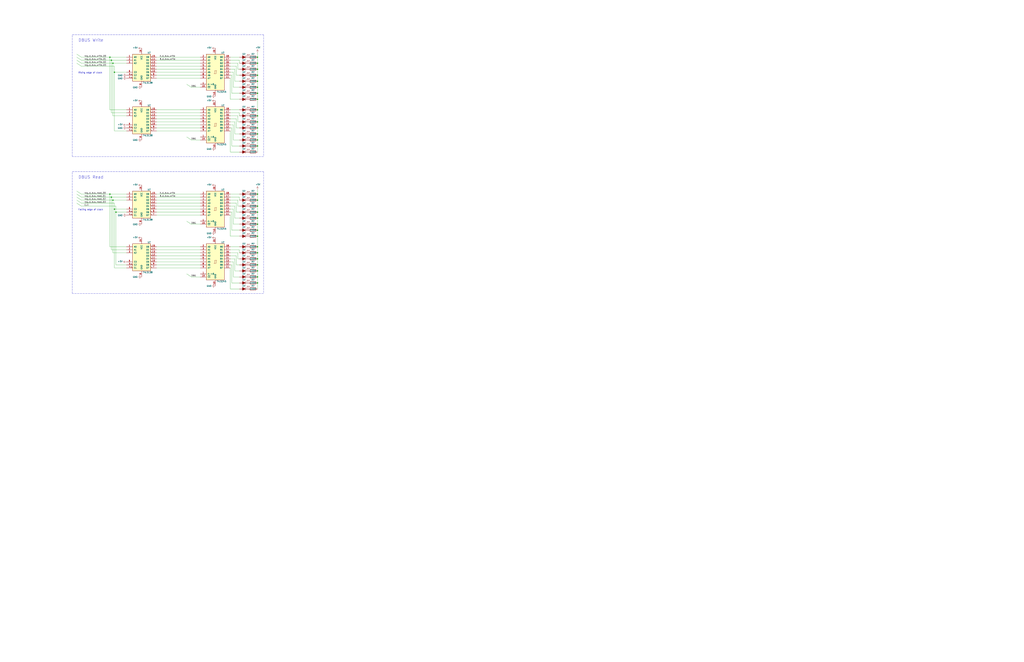
<source format=kicad_sch>
(kicad_sch (version 20211123) (generator eeschema)

  (uuid 94c158d1-8503-4553-b511-bf42f506c2a8)

  (paper "D")

  (title_block
    (title "Bus Control Module")
    (date "2020-07-16")
    (rev "0.1")
  )

  (lib_symbols
    (symbol "74ls245_bidirection:74LS245_BiDirection" (pin_names (offset 1.016)) (in_bom yes) (on_board yes)
      (property "Reference" "U" (id 0) (at -7.62 16.51 0)
        (effects (font (size 1.27 1.27)))
      )
      (property "Value" "74ls245_bidirection_74LS245_BiDirection" (id 1) (at -7.62 -16.51 0)
        (effects (font (size 1.27 1.27)))
      )
      (property "Footprint" "" (id 2) (at 0 0 0)
        (effects (font (size 1.27 1.27)) hide)
      )
      (property "Datasheet" "" (id 3) (at 0 0 0)
        (effects (font (size 1.27 1.27)) hide)
      )
      (property "ki_fp_filters" "DIP?20*" (id 4) (at 0 0 0)
        (effects (font (size 1.27 1.27)) hide)
      )
      (symbol "74LS245_BiDirection_1_0"
        (polyline
          (pts
            (xy -0.635 -1.27)
            (xy -0.635 1.27)
            (xy 0.635 1.27)
          )
          (stroke (width 0) (type default) (color 0 0 0 0))
          (fill (type none))
        )
        (polyline
          (pts
            (xy -1.27 -1.27)
            (xy 0.635 -1.27)
            (xy 0.635 1.27)
            (xy 1.27 1.27)
          )
          (stroke (width 0) (type default) (color 0 0 0 0))
          (fill (type none))
        )
        (pin input line (at -12.7 -10.16 0) (length 5.08)
          (name "A->B" (effects (font (size 1.27 1.27))))
          (number "1" (effects (font (size 1.27 1.27))))
        )
        (pin power_in line (at 0 -20.32 90) (length 5.08)
          (name "GND" (effects (font (size 1.27 1.27))))
          (number "10" (effects (font (size 1.27 1.27))))
        )
        (pin bidirectional line (at 12.7 -5.08 180) (length 5.08)
          (name "B7" (effects (font (size 1.27 1.27))))
          (number "11" (effects (font (size 1.27 1.27))))
        )
        (pin bidirectional line (at 12.7 -2.54 180) (length 5.08)
          (name "B6" (effects (font (size 1.27 1.27))))
          (number "12" (effects (font (size 1.27 1.27))))
        )
        (pin bidirectional line (at 12.7 0 180) (length 5.08)
          (name "B5" (effects (font (size 1.27 1.27))))
          (number "13" (effects (font (size 1.27 1.27))))
        )
        (pin bidirectional line (at 12.7 2.54 180) (length 5.08)
          (name "B4" (effects (font (size 1.27 1.27))))
          (number "14" (effects (font (size 1.27 1.27))))
        )
        (pin bidirectional line (at 12.7 5.08 180) (length 5.08)
          (name "B3" (effects (font (size 1.27 1.27))))
          (number "15" (effects (font (size 1.27 1.27))))
        )
        (pin bidirectional line (at 12.7 7.62 180) (length 5.08)
          (name "B2" (effects (font (size 1.27 1.27))))
          (number "16" (effects (font (size 1.27 1.27))))
        )
        (pin bidirectional line (at 12.7 10.16 180) (length 5.08)
          (name "B1" (effects (font (size 1.27 1.27))))
          (number "17" (effects (font (size 1.27 1.27))))
        )
        (pin bidirectional line (at 12.7 12.7 180) (length 5.08)
          (name "B0" (effects (font (size 1.27 1.27))))
          (number "18" (effects (font (size 1.27 1.27))))
        )
        (pin input line (at -12.7 -12.7 0) (length 5.08)
          (name "~{CE}" (effects (font (size 1.27 1.27))))
          (number "19" (effects (font (size 1.27 1.27))))
        )
        (pin bidirectional line (at -12.7 12.7 0) (length 5.08)
          (name "A0" (effects (font (size 1.27 1.27))))
          (number "2" (effects (font (size 1.27 1.27))))
        )
        (pin power_in line (at 0 20.32 270) (length 5.08)
          (name "VCC" (effects (font (size 1.27 1.27))))
          (number "20" (effects (font (size 1.27 1.27))))
        )
        (pin bidirectional line (at -12.7 10.16 0) (length 5.08)
          (name "A1" (effects (font (size 1.27 1.27))))
          (number "3" (effects (font (size 1.27 1.27))))
        )
        (pin bidirectional line (at -12.7 7.62 0) (length 5.08)
          (name "A2" (effects (font (size 1.27 1.27))))
          (number "4" (effects (font (size 1.27 1.27))))
        )
        (pin bidirectional line (at -12.7 5.08 0) (length 5.08)
          (name "A3" (effects (font (size 1.27 1.27))))
          (number "5" (effects (font (size 1.27 1.27))))
        )
        (pin bidirectional line (at -12.7 2.54 0) (length 5.08)
          (name "A4" (effects (font (size 1.27 1.27))))
          (number "6" (effects (font (size 1.27 1.27))))
        )
        (pin bidirectional line (at -12.7 0 0) (length 5.08)
          (name "A5" (effects (font (size 1.27 1.27))))
          (number "7" (effects (font (size 1.27 1.27))))
        )
        (pin bidirectional line (at -12.7 -2.54 0) (length 5.08)
          (name "A6" (effects (font (size 1.27 1.27))))
          (number "8" (effects (font (size 1.27 1.27))))
        )
        (pin bidirectional line (at -12.7 -5.08 0) (length 5.08)
          (name "A7" (effects (font (size 1.27 1.27))))
          (number "9" (effects (font (size 1.27 1.27))))
        )
      )
      (symbol "74LS245_BiDirection_1_1"
        (rectangle (start -7.62 15.24) (end 7.62 -15.24)
          (stroke (width 0.254) (type default) (color 0 0 0 0))
          (fill (type background))
        )
      )
    )
    (symbol "74xx:74LS138" (pin_names (offset 1.016)) (in_bom yes) (on_board yes)
      (property "Reference" "U" (id 0) (at -7.62 11.43 0)
        (effects (font (size 1.27 1.27)))
      )
      (property "Value" "74LS138" (id 1) (at -7.62 -13.97 0)
        (effects (font (size 1.27 1.27)))
      )
      (property "Footprint" "" (id 2) (at 0 0 0)
        (effects (font (size 1.27 1.27)) hide)
      )
      (property "Datasheet" "http://www.ti.com/lit/gpn/sn74LS138" (id 3) (at 0 0 0)
        (effects (font (size 1.27 1.27)) hide)
      )
      (property "ki_locked" "" (id 4) (at 0 0 0)
        (effects (font (size 1.27 1.27)))
      )
      (property "ki_keywords" "TTL DECOD DECOD8" (id 5) (at 0 0 0)
        (effects (font (size 1.27 1.27)) hide)
      )
      (property "ki_description" "Decoder 3 to 8 active low outputs" (id 6) (at 0 0 0)
        (effects (font (size 1.27 1.27)) hide)
      )
      (property "ki_fp_filters" "DIP?16*" (id 7) (at 0 0 0)
        (effects (font (size 1.27 1.27)) hide)
      )
      (symbol "74LS138_1_0"
        (pin input line (at -12.7 7.62 0) (length 5.08)
          (name "A0" (effects (font (size 1.27 1.27))))
          (number "1" (effects (font (size 1.27 1.27))))
        )
        (pin output output_low (at 12.7 -5.08 180) (length 5.08)
          (name "O5" (effects (font (size 1.27 1.27))))
          (number "10" (effects (font (size 1.27 1.27))))
        )
        (pin output output_low (at 12.7 -2.54 180) (length 5.08)
          (name "O4" (effects (font (size 1.27 1.27))))
          (number "11" (effects (font (size 1.27 1.27))))
        )
        (pin output output_low (at 12.7 0 180) (length 5.08)
          (name "O3" (effects (font (size 1.27 1.27))))
          (number "12" (effects (font (size 1.27 1.27))))
        )
        (pin output output_low (at 12.7 2.54 180) (length 5.08)
          (name "O2" (effects (font (size 1.27 1.27))))
          (number "13" (effects (font (size 1.27 1.27))))
        )
        (pin output output_low (at 12.7 5.08 180) (length 5.08)
          (name "O1" (effects (font (size 1.27 1.27))))
          (number "14" (effects (font (size 1.27 1.27))))
        )
        (pin output output_low (at 12.7 7.62 180) (length 5.08)
          (name "O0" (effects (font (size 1.27 1.27))))
          (number "15" (effects (font (size 1.27 1.27))))
        )
        (pin power_in line (at 0 15.24 270) (length 5.08)
          (name "VCC" (effects (font (size 1.27 1.27))))
          (number "16" (effects (font (size 1.27 1.27))))
        )
        (pin input line (at -12.7 5.08 0) (length 5.08)
          (name "A1" (effects (font (size 1.27 1.27))))
          (number "2" (effects (font (size 1.27 1.27))))
        )
        (pin input line (at -12.7 2.54 0) (length 5.08)
          (name "A2" (effects (font (size 1.27 1.27))))
          (number "3" (effects (font (size 1.27 1.27))))
        )
        (pin input input_low (at -12.7 -10.16 0) (length 5.08)
          (name "E1" (effects (font (size 1.27 1.27))))
          (number "4" (effects (font (size 1.27 1.27))))
        )
        (pin input input_low (at -12.7 -7.62 0) (length 5.08)
          (name "E2" (effects (font (size 1.27 1.27))))
          (number "5" (effects (font (size 1.27 1.27))))
        )
        (pin input line (at -12.7 -5.08 0) (length 5.08)
          (name "E3" (effects (font (size 1.27 1.27))))
          (number "6" (effects (font (size 1.27 1.27))))
        )
        (pin output output_low (at 12.7 -10.16 180) (length 5.08)
          (name "O7" (effects (font (size 1.27 1.27))))
          (number "7" (effects (font (size 1.27 1.27))))
        )
        (pin power_in line (at 0 -17.78 90) (length 5.08)
          (name "GND" (effects (font (size 1.27 1.27))))
          (number "8" (effects (font (size 1.27 1.27))))
        )
        (pin output output_low (at 12.7 -7.62 180) (length 5.08)
          (name "O6" (effects (font (size 1.27 1.27))))
          (number "9" (effects (font (size 1.27 1.27))))
        )
      )
      (symbol "74LS138_1_1"
        (rectangle (start -7.62 10.16) (end 7.62 -12.7)
          (stroke (width 0.254) (type default) (color 0 0 0 0))
          (fill (type background))
        )
      )
    )
    (symbol "Device:LED_ALT" (pin_numbers hide) (pin_names (offset 1.016) hide) (in_bom yes) (on_board yes)
      (property "Reference" "D" (id 0) (at 0 2.54 0)
        (effects (font (size 1.27 1.27)))
      )
      (property "Value" "Device_LED_ALT" (id 1) (at 0 -2.54 0)
        (effects (font (size 1.27 1.27)))
      )
      (property "Footprint" "" (id 2) (at 0 0 0)
        (effects (font (size 1.27 1.27)) hide)
      )
      (property "Datasheet" "" (id 3) (at 0 0 0)
        (effects (font (size 1.27 1.27)) hide)
      )
      (property "ki_fp_filters" "LED* LED_SMD:* LED_THT:*" (id 4) (at 0 0 0)
        (effects (font (size 1.27 1.27)) hide)
      )
      (symbol "LED_ALT_0_1"
        (polyline
          (pts
            (xy -1.27 -1.27)
            (xy -1.27 1.27)
          )
          (stroke (width 0.2032) (type default) (color 0 0 0 0))
          (fill (type none))
        )
        (polyline
          (pts
            (xy -1.27 0)
            (xy 1.27 0)
          )
          (stroke (width 0) (type default) (color 0 0 0 0))
          (fill (type none))
        )
        (polyline
          (pts
            (xy 1.27 -1.27)
            (xy 1.27 1.27)
            (xy -1.27 0)
            (xy 1.27 -1.27)
          )
          (stroke (width 0.2032) (type default) (color 0 0 0 0))
          (fill (type outline))
        )
        (polyline
          (pts
            (xy -3.048 -0.762)
            (xy -4.572 -2.286)
            (xy -3.81 -2.286)
            (xy -4.572 -2.286)
            (xy -4.572 -1.524)
          )
          (stroke (width 0) (type default) (color 0 0 0 0))
          (fill (type none))
        )
        (polyline
          (pts
            (xy -1.778 -0.762)
            (xy -3.302 -2.286)
            (xy -2.54 -2.286)
            (xy -3.302 -2.286)
            (xy -3.302 -1.524)
          )
          (stroke (width 0) (type default) (color 0 0 0 0))
          (fill (type none))
        )
      )
      (symbol "LED_ALT_1_1"
        (pin passive line (at -3.81 0 0) (length 2.54)
          (name "K" (effects (font (size 1.27 1.27))))
          (number "1" (effects (font (size 1.27 1.27))))
        )
        (pin passive line (at 3.81 0 180) (length 2.54)
          (name "A" (effects (font (size 1.27 1.27))))
          (number "2" (effects (font (size 1.27 1.27))))
        )
      )
    )
    (symbol "Device:R" (pin_numbers hide) (pin_names (offset 0)) (in_bom yes) (on_board yes)
      (property "Reference" "R" (id 0) (at 2.032 0 90)
        (effects (font (size 1.27 1.27)))
      )
      (property "Value" "R" (id 1) (at 0 0 90)
        (effects (font (size 1.27 1.27)))
      )
      (property "Footprint" "" (id 2) (at -1.778 0 90)
        (effects (font (size 1.27 1.27)) hide)
      )
      (property "Datasheet" "~" (id 3) (at 0 0 0)
        (effects (font (size 1.27 1.27)) hide)
      )
      (property "ki_keywords" "R res resistor" (id 4) (at 0 0 0)
        (effects (font (size 1.27 1.27)) hide)
      )
      (property "ki_description" "Resistor" (id 5) (at 0 0 0)
        (effects (font (size 1.27 1.27)) hide)
      )
      (property "ki_fp_filters" "R_*" (id 6) (at 0 0 0)
        (effects (font (size 1.27 1.27)) hide)
      )
      (symbol "R_0_1"
        (rectangle (start -1.016 -2.54) (end 1.016 2.54)
          (stroke (width 0.254) (type default) (color 0 0 0 0))
          (fill (type none))
        )
      )
      (symbol "R_1_1"
        (pin passive line (at 0 3.81 270) (length 1.27)
          (name "~" (effects (font (size 1.27 1.27))))
          (number "1" (effects (font (size 1.27 1.27))))
        )
        (pin passive line (at 0 -3.81 90) (length 1.27)
          (name "~" (effects (font (size 1.27 1.27))))
          (number "2" (effects (font (size 1.27 1.27))))
        )
      )
    )
    (symbol "power:+5V" (power) (pin_names (offset 0)) (in_bom yes) (on_board yes)
      (property "Reference" "#PWR" (id 0) (at 0 -3.81 0)
        (effects (font (size 1.27 1.27)) hide)
      )
      (property "Value" "+5V" (id 1) (at 0 3.556 0)
        (effects (font (size 1.27 1.27)))
      )
      (property "Footprint" "" (id 2) (at 0 0 0)
        (effects (font (size 1.27 1.27)) hide)
      )
      (property "Datasheet" "" (id 3) (at 0 0 0)
        (effects (font (size 1.27 1.27)) hide)
      )
      (property "ki_keywords" "power-flag" (id 4) (at 0 0 0)
        (effects (font (size 1.27 1.27)) hide)
      )
      (property "ki_description" "Power symbol creates a global label with name \"+5V\"" (id 5) (at 0 0 0)
        (effects (font (size 1.27 1.27)) hide)
      )
      (symbol "+5V_0_1"
        (polyline
          (pts
            (xy -0.762 1.27)
            (xy 0 2.54)
          )
          (stroke (width 0) (type default) (color 0 0 0 0))
          (fill (type none))
        )
        (polyline
          (pts
            (xy 0 0)
            (xy 0 2.54)
          )
          (stroke (width 0) (type default) (color 0 0 0 0))
          (fill (type none))
        )
        (polyline
          (pts
            (xy 0 2.54)
            (xy 0.762 1.27)
          )
          (stroke (width 0) (type default) (color 0 0 0 0))
          (fill (type none))
        )
      )
      (symbol "+5V_1_1"
        (pin power_in line (at 0 0 90) (length 0) hide
          (name "+5V" (effects (font (size 1.27 1.27))))
          (number "1" (effects (font (size 1.27 1.27))))
        )
      )
    )
    (symbol "power:GND" (power) (pin_names (offset 0)) (in_bom yes) (on_board yes)
      (property "Reference" "#PWR" (id 0) (at 0 -6.35 0)
        (effects (font (size 1.27 1.27)) hide)
      )
      (property "Value" "GND" (id 1) (at 0 -3.81 0)
        (effects (font (size 1.27 1.27)))
      )
      (property "Footprint" "" (id 2) (at 0 0 0)
        (effects (font (size 1.27 1.27)) hide)
      )
      (property "Datasheet" "" (id 3) (at 0 0 0)
        (effects (font (size 1.27 1.27)) hide)
      )
      (property "ki_keywords" "power-flag" (id 4) (at 0 0 0)
        (effects (font (size 1.27 1.27)) hide)
      )
      (property "ki_description" "Power symbol creates a global label with name \"GND\" , ground" (id 5) (at 0 0 0)
        (effects (font (size 1.27 1.27)) hide)
      )
      (symbol "GND_0_1"
        (polyline
          (pts
            (xy 0 0)
            (xy 0 -1.27)
            (xy 1.27 -1.27)
            (xy 0 -2.54)
            (xy -1.27 -1.27)
            (xy 0 -1.27)
          )
          (stroke (width 0) (type default) (color 0 0 0 0))
          (fill (type none))
        )
      )
      (symbol "GND_1_1"
        (pin power_in line (at 0 0 270) (length 0) hide
          (name "GND" (effects (font (size 1.27 1.27))))
          (number "1" (effects (font (size 1.27 1.27))))
        )
      )
    )
  )

  (junction (at 217.17 173.99) (diameter 0) (color 0 0 0 0)
    (uuid 009b5465-0a65-4237-93e7-eb65321eeb18)
  )
  (junction (at 217.17 213.36) (diameter 0) (color 0 0 0 0)
    (uuid 18c61c95-8af1-4986-b67e-c7af9c15ab6b)
  )
  (junction (at 97.79 179.07) (diameter 0) (color 0 0 0 0)
    (uuid 1dfbf353-5b24-4c0f-8322-8fcd514ae75e)
  )
  (junction (at 217.17 102.87) (diameter 0) (color 0 0 0 0)
    (uuid 20cca02e-4c4d-4961-b6b4-b40a1731b220)
  )
  (junction (at 92.71 163.83) (diameter 0) (color 0 0 0 0)
    (uuid 269f19c3-6824-45a8-be29-fa58d70cbb42)
  )
  (junction (at 95.25 53.34) (diameter 0) (color 0 0 0 0)
    (uuid 283c990c-ae5a-4e41-a3ad-b40ca29fe90e)
  )
  (junction (at 217.17 92.71) (diameter 0) (color 0 0 0 0)
    (uuid 2846428d-39de-4eae-8ce2-64955d56c493)
  )
  (junction (at 92.71 48.26) (diameter 0) (color 0 0 0 0)
    (uuid 4aa97874-2fd2-414c-b381-9420384c2fd8)
  )
  (junction (at 96.52 60.96) (diameter 0) (color 0 0 0 0)
    (uuid 4cafb73d-1ad8-4d24-acf7-63d78095ae46)
  )
  (junction (at 217.17 194.31) (diameter 0) (color 0 0 0 0)
    (uuid 4d586a18-26c5-441e-a9ff-8125ee516126)
  )
  (junction (at 217.17 83.82) (diameter 0) (color 0 0 0 0)
    (uuid 4fa10683-33cd-4dcd-8acc-2415cd63c62a)
  )
  (junction (at 217.17 48.26) (diameter 0) (color 0 0 0 0)
    (uuid 4fb21471-41be-4be8-9687-66030f97befc)
  )
  (junction (at 96.52 176.53) (diameter 0) (color 0 0 0 0)
    (uuid 582622a2-fad4-4737-9a80-be9fffbba8ab)
  )
  (junction (at 217.17 97.79) (diameter 0) (color 0 0 0 0)
    (uuid 592f25e6-a01b-47fd-8172-3da01117d00a)
  )
  (junction (at 217.17 113.03) (diameter 0) (color 0 0 0 0)
    (uuid 597a11f2-5d2c-4a65-ac95-38ad106e1367)
  )
  (junction (at 217.17 118.11) (diameter 0) (color 0 0 0 0)
    (uuid 59ec3156-036e-4049-89db-91a9dd07095f)
  )
  (junction (at 217.17 184.15) (diameter 0) (color 0 0 0 0)
    (uuid 60ff6322-62e2-4602-9bc0-7a0f0a5ecfbf)
  )
  (junction (at 217.17 199.39) (diameter 0) (color 0 0 0 0)
    (uuid 66bc2bca-dab7-4947-a0ff-403cdaf9fb89)
  )
  (junction (at 217.17 63.5) (diameter 0) (color 0 0 0 0)
    (uuid 68877d35-b796-44db-9124-b8e744e7412e)
  )
  (junction (at 217.17 123.19) (diameter 0) (color 0 0 0 0)
    (uuid 6a2b20ae-096c-4d9f-92f8-2087c865914f)
  )
  (junction (at 217.17 73.66) (diameter 0) (color 0 0 0 0)
    (uuid 6d26d68f-1ca7-4ff3-b058-272f1c399047)
  )
  (junction (at 217.17 78.74) (diameter 0) (color 0 0 0 0)
    (uuid 70e15522-1572-4451-9c0d-6d36ac70d8c6)
  )
  (junction (at 93.98 50.8) (diameter 0) (color 0 0 0 0)
    (uuid 7760a75a-d74b-4185-b34e-cbc7b2c339b6)
  )
  (junction (at 217.17 228.6) (diameter 0) (color 0 0 0 0)
    (uuid 7a2f50f6-0c99-4e8d-9c2a-8f2f961d2e6d)
  )
  (junction (at 217.17 218.44) (diameter 0) (color 0 0 0 0)
    (uuid 7e1217ba-8a3d-4079-8d7b-b45f90cfbf53)
  )
  (junction (at 217.17 163.83) (diameter 0) (color 0 0 0 0)
    (uuid 89a8e170-a222-41c0-b545-c9f4c5604011)
  )
  (junction (at 217.17 208.28) (diameter 0) (color 0 0 0 0)
    (uuid 9286cf02-1563-41d2-9931-c192c33bab31)
  )
  (junction (at 217.17 233.68) (diameter 0) (color 0 0 0 0)
    (uuid 9565d2ee-a4f1-4d08-b2c9-0264233a0d2b)
  )
  (junction (at 95.25 168.91) (diameter 0) (color 0 0 0 0)
    (uuid 9aaeec6e-84fe-4644-b0bc-5de24626ff48)
  )
  (junction (at 217.17 68.58) (diameter 0) (color 0 0 0 0)
    (uuid 9f8381e9-3077-4453-a480-a01ad9c1a940)
  )
  (junction (at 217.17 107.95) (diameter 0) (color 0 0 0 0)
    (uuid a29f8df0-3fae-4edf-8d9c-bd5a875b13e3)
  )
  (junction (at 217.17 189.23) (diameter 0) (color 0 0 0 0)
    (uuid aa130053-a451-4f12-97f7-3d4d891a5f83)
  )
  (junction (at 217.17 179.07) (diameter 0) (color 0 0 0 0)
    (uuid b52d6ff3-fef1-496e-8dd5-ebb89b6bce6a)
  )
  (junction (at 217.17 223.52) (diameter 0) (color 0 0 0 0)
    (uuid ba6fc20e-7eff-4d5f-81e4-d1fad93be155)
  )
  (junction (at 217.17 168.91) (diameter 0) (color 0 0 0 0)
    (uuid bc0dbc57-3ae8-4ce5-a05c-2d6003bba475)
  )
  (junction (at 217.17 238.76) (diameter 0) (color 0 0 0 0)
    (uuid d1eca865-05c5-48a4-96cf-ed5f8a640e25)
  )
  (junction (at 217.17 58.42) (diameter 0) (color 0 0 0 0)
    (uuid df32840e-2912-4088-b54c-9a85f64c0265)
  )
  (junction (at 93.98 166.37) (diameter 0) (color 0 0 0 0)
    (uuid f988d6ea-11c5-4837-b1d1-5c292ded50c6)
  )
  (junction (at 217.17 53.34) (diameter 0) (color 0 0 0 0)
    (uuid ffd175d1-912a-4224-be1e-a8198680f46b)
  )

  (wire (pts (xy 168.91 102.87) (xy 132.08 102.87))
    (stroke (width 0) (type default) (color 0 0 0 0))
    (uuid 009a4fb4-fcc0-4623-ae5d-c1bae3219583)
  )
  (wire (pts (xy 217.17 168.91) (xy 217.17 173.99))
    (stroke (width 0) (type default) (color 0 0 0 0))
    (uuid 00f3ea8b-8a54-4e56-84ff-d98f6c00496c)
  )
  (wire (pts (xy 198.12 218.44) (xy 194.31 218.44))
    (stroke (width 0) (type default) (color 0 0 0 0))
    (uuid 011ee658-718d-416a-85fd-961729cd1ee5)
  )
  (wire (pts (xy 201.93 97.79) (xy 201.93 95.25))
    (stroke (width 0) (type default) (color 0 0 0 0))
    (uuid 0325ec43-0390-4ae2-b055-b1ec6ce17b1c)
  )
  (wire (pts (xy 201.93 78.74) (xy 195.58 78.74))
    (stroke (width 0) (type default) (color 0 0 0 0))
    (uuid 03caada9-9e22-4e2d-9035-b15433dfbb17)
  )
  (wire (pts (xy 168.91 208.28) (xy 132.08 208.28))
    (stroke (width 0) (type default) (color 0 0 0 0))
    (uuid 03f57fb4-32a3-4bc6-85b9-fd8ece4a9592)
  )
  (wire (pts (xy 168.91 166.37) (xy 132.08 166.37))
    (stroke (width 0) (type default) (color 0 0 0 0))
    (uuid 04cf2f2c-74bf-400d-b4f6-201720df00ed)
  )
  (wire (pts (xy 194.31 199.39) (xy 194.31 181.61))
    (stroke (width 0) (type default) (color 0 0 0 0))
    (uuid 0520f61d-4522-4301-a3fa-8ed0bf060f69)
  )
  (wire (pts (xy 106.68 179.07) (xy 97.79 179.07))
    (stroke (width 0) (type default) (color 0 0 0 0))
    (uuid 05f2859d-2820-4e84-b395-696011feb13b)
  )
  (wire (pts (xy 217.17 92.71) (xy 217.17 83.82))
    (stroke (width 0) (type default) (color 0 0 0 0))
    (uuid 071522c0-d0ed-49b9-906e-6295f67fb0dc)
  )
  (wire (pts (xy 95.25 97.79) (xy 106.68 97.79))
    (stroke (width 0) (type default) (color 0 0 0 0))
    (uuid 0755aee5-bc01-4cb5-b830-583289df50a3)
  )
  (wire (pts (xy 195.58 63.5) (xy 194.31 63.5))
    (stroke (width 0) (type default) (color 0 0 0 0))
    (uuid 0ff508fd-18da-4ab7-9844-3c8a28c2587e)
  )
  (wire (pts (xy 217.17 48.26) (xy 217.17 53.34))
    (stroke (width 0) (type default) (color 0 0 0 0))
    (uuid 13c0ff76-ed71-4cd9-abb0-92c376825d5d)
  )
  (wire (pts (xy 201.93 194.31) (xy 195.58 194.31))
    (stroke (width 0) (type default) (color 0 0 0 0))
    (uuid 143ed874-a01f-4ced-ba4e-bbb66ddd1f70)
  )
  (wire (pts (xy 68.58 50.8) (xy 64.77 48.26))
    (stroke (width 0) (type default) (color 0 0 0 0))
    (uuid 182b2d54-931d-49d6-9f39-60a752623e36)
  )
  (wire (pts (xy 168.91 179.07) (xy 132.08 179.07))
    (stroke (width 0) (type default) (color 0 0 0 0))
    (uuid 18ca5aef-6a2c-41ac-9e7f-bf7acb716e53)
  )
  (wire (pts (xy 96.52 226.06) (xy 106.68 226.06))
    (stroke (width 0) (type default) (color 0 0 0 0))
    (uuid 18d11f32-e1a6-4f29-8e3c-0bfeb07299bd)
  )
  (wire (pts (xy 168.91 226.06) (xy 132.08 226.06))
    (stroke (width 0) (type default) (color 0 0 0 0))
    (uuid 1e48966e-d29d-4521-8939-ec8ac570431d)
  )
  (wire (pts (xy 200.66 58.42) (xy 200.66 53.34))
    (stroke (width 0) (type default) (color 0 0 0 0))
    (uuid 1e8701fc-ad24-40ea-846a-e3db538d6077)
  )
  (wire (pts (xy 195.58 78.74) (xy 195.58 63.5))
    (stroke (width 0) (type default) (color 0 0 0 0))
    (uuid 1f3003e6-dce5-420f-906b-3f1e92b67249)
  )
  (wire (pts (xy 217.17 223.52) (xy 217.17 228.6))
    (stroke (width 0) (type default) (color 0 0 0 0))
    (uuid 2035ea48-3ef5-4d7f-8c3c-50981b30c89a)
  )
  (wire (pts (xy 217.17 173.99) (xy 217.17 179.07))
    (stroke (width 0) (type default) (color 0 0 0 0))
    (uuid 221bef83-3ea7-4d3f-adeb-53a8a07c6273)
  )
  (wire (pts (xy 196.85 118.11) (xy 196.85 105.41))
    (stroke (width 0) (type default) (color 0 0 0 0))
    (uuid 22999e73-da32-43a5-9163-4b3a41614f25)
  )
  (wire (pts (xy 199.39 223.52) (xy 199.39 215.9))
    (stroke (width 0) (type default) (color 0 0 0 0))
    (uuid 22bb6c80-05a9-4d89-98b0-f4c23fe6c1ce)
  )
  (wire (pts (xy 194.31 128.27) (xy 194.31 110.49))
    (stroke (width 0) (type default) (color 0 0 0 0))
    (uuid 240c10af-51b5-420e-a6f4-a2c8f5db1db5)
  )
  (wire (pts (xy 168.91 218.44) (xy 132.08 218.44))
    (stroke (width 0) (type default) (color 0 0 0 0))
    (uuid 24b72b0d-63b8-4e06-89d0-e94dcf39a600)
  )
  (wire (pts (xy 92.71 48.26) (xy 106.68 48.26))
    (stroke (width 0) (type default) (color 0 0 0 0))
    (uuid 25bc3602-3fb4-4a04-94e3-21ba22562c24)
  )
  (wire (pts (xy 201.93 58.42) (xy 200.66 58.42))
    (stroke (width 0) (type default) (color 0 0 0 0))
    (uuid 25d545dc-8f50-4573-922c-35ef5a2a3a19)
  )
  (wire (pts (xy 201.93 107.95) (xy 199.39 107.95))
    (stroke (width 0) (type default) (color 0 0 0 0))
    (uuid 262f1ea9-0133-4b43-be36-456207ea857c)
  )
  (wire (pts (xy 168.91 163.83) (xy 132.08 163.83))
    (stroke (width 0) (type default) (color 0 0 0 0))
    (uuid 2878a73c-5447-4cd9-8194-14f52ab9459c)
  )
  (wire (pts (xy 201.93 189.23) (xy 196.85 189.23))
    (stroke (width 0) (type default) (color 0 0 0 0))
    (uuid 2891767f-251c-48c4-91c0-deb1b368f45c)
  )
  (wire (pts (xy 201.93 128.27) (xy 194.31 128.27))
    (stroke (width 0) (type default) (color 0 0 0 0))
    (uuid 2d697cf0-e02e-4ed1-a048-a704dab0ee43)
  )
  (wire (pts (xy 200.66 213.36) (xy 194.31 213.36))
    (stroke (width 0) (type default) (color 0 0 0 0))
    (uuid 2db910a0-b943-40b4-b81f-068ba5265f56)
  )
  (wire (pts (xy 68.58 53.34) (xy 64.77 50.8))
    (stroke (width 0) (type default) (color 0 0 0 0))
    (uuid 2dc272bd-3aa2-45b5-889d-1d3c8aac80f8)
  )
  (wire (pts (xy 168.91 107.95) (xy 132.08 107.95))
    (stroke (width 0) (type default) (color 0 0 0 0))
    (uuid 2dc54bac-8640-4dd7-b8ed-3c7acb01a8ea)
  )
  (wire (pts (xy 95.25 168.91) (xy 106.68 168.91))
    (stroke (width 0) (type default) (color 0 0 0 0))
    (uuid 2e0a9f64-1b78-4597-8d50-d12d2268a95a)
  )
  (wire (pts (xy 217.17 218.44) (xy 217.17 223.52))
    (stroke (width 0) (type default) (color 0 0 0 0))
    (uuid 2e90e294-82e1-45da-9bf1-b91dfe0dc8f6)
  )
  (wire (pts (xy 201.93 83.82) (xy 194.31 83.82))
    (stroke (width 0) (type default) (color 0 0 0 0))
    (uuid 378af8b4-af3d-46e7-89ae-deff12ca9067)
  )
  (wire (pts (xy 168.91 118.11) (xy 161.29 118.11))
    (stroke (width 0) (type default) (color 0 0 0 0))
    (uuid 37e8181c-a81e-498b-b2e2-0aef0c391059)
  )
  (wire (pts (xy 168.91 97.79) (xy 132.08 97.79))
    (stroke (width 0) (type default) (color 0 0 0 0))
    (uuid 37f31dec-63fc-4634-a141-5dc5d2b60fe4)
  )
  (wire (pts (xy 201.93 168.91) (xy 201.93 166.37))
    (stroke (width 0) (type default) (color 0 0 0 0))
    (uuid 38a501e2-0ee8-439d-bd02-e9e90e7503e9)
  )
  (wire (pts (xy 68.58 163.83) (xy 92.71 163.83))
    (stroke (width 0) (type default) (color 0 0 0 0))
    (uuid 38cfe839-c630-43d3-a9ec-6a89ba9e318a)
  )
  (wire (pts (xy 217.17 208.28) (xy 217.17 199.39))
    (stroke (width 0) (type default) (color 0 0 0 0))
    (uuid 3b686d17-1000-4762-ba31-589d599a3edf)
  )
  (wire (pts (xy 68.58 163.83) (xy 64.77 161.29))
    (stroke (width 0) (type default) (color 0 0 0 0))
    (uuid 3e0392c0-affc-4114-9de5-1f1cfe79418a)
  )
  (wire (pts (xy 201.93 218.44) (xy 200.66 218.44))
    (stroke (width 0) (type default) (color 0 0 0 0))
    (uuid 3f8a5430-68a9-4732-9b89-4e00dd8ae219)
  )
  (wire (pts (xy 199.39 55.88) (xy 194.31 55.88))
    (stroke (width 0) (type default) (color 0 0 0 0))
    (uuid 40976bf0-19de-460f-ad64-224d4f51e16b)
  )
  (wire (pts (xy 195.58 123.19) (xy 195.58 107.95))
    (stroke (width 0) (type default) (color 0 0 0 0))
    (uuid 40b14a16-fb82-4b9d-89dd-55cd98abb5cc)
  )
  (wire (pts (xy 201.93 199.39) (xy 194.31 199.39))
    (stroke (width 0) (type default) (color 0 0 0 0))
    (uuid 411d4270-c66c-4318-b7fb-1470d34862b8)
  )
  (wire (pts (xy 201.93 210.82) (xy 194.31 210.82))
    (stroke (width 0) (type default) (color 0 0 0 0))
    (uuid 42ff012d-5eb7-42b9-bb45-415cf26799c6)
  )
  (wire (pts (xy 168.91 215.9) (xy 132.08 215.9))
    (stroke (width 0) (type default) (color 0 0 0 0))
    (uuid 4431c0f6-83ea-4eee-95a8-991da2f03ccd)
  )
  (wire (pts (xy 68.58 48.26) (xy 64.77 45.72))
    (stroke (width 0) (type default) (color 0 0 0 0))
    (uuid 44d8279a-9cd1-4db6-856f-0363131605fc)
  )
  (wire (pts (xy 217.17 194.31) (xy 217.17 199.39))
    (stroke (width 0) (type default) (color 0 0 0 0))
    (uuid 477892a1-722e-4cda-bb6c-fcdb8ba5f93e)
  )
  (wire (pts (xy 95.25 53.34) (xy 106.68 53.34))
    (stroke (width 0) (type default) (color 0 0 0 0))
    (uuid 49575217-40b0-4890-8acf-12982cca52b5)
  )
  (wire (pts (xy 106.68 95.25) (xy 93.98 95.25))
    (stroke (width 0) (type default) (color 0 0 0 0))
    (uuid 4a21e717-d46d-4d9e-8b98-af4ecb02d3ec)
  )
  (wire (pts (xy 68.58 48.26) (xy 92.71 48.26))
    (stroke (width 0) (type default) (color 0 0 0 0))
    (uuid 4a54c707-7b6f-4a3d-a74d-5e3526114aba)
  )
  (wire (pts (xy 217.17 179.07) (xy 217.17 184.15))
    (stroke (width 0) (type default) (color 0 0 0 0))
    (uuid 4ba06b66-7669-4c70-b585-f5d4c9c33527)
  )
  (wire (pts (xy 217.17 208.28) (xy 217.17 213.36))
    (stroke (width 0) (type default) (color 0 0 0 0))
    (uuid 4e27930e-1827-4788-aa6b-487321d46602)
  )
  (wire (pts (xy 217.17 123.19) (xy 217.17 128.27))
    (stroke (width 0) (type default) (color 0 0 0 0))
    (uuid 4e315e69-0417-463a-8b7f-469a08d1496e)
  )
  (wire (pts (xy 68.58 171.45) (xy 96.52 171.45))
    (stroke (width 0) (type default) (color 0 0 0 0))
    (uuid 501880c3-8633-456f-9add-0e8fa1932ba6)
  )
  (wire (pts (xy 217.17 92.71) (xy 217.17 97.79))
    (stroke (width 0) (type default) (color 0 0 0 0))
    (uuid 503dbd88-3e6b-48cc-a2ea-a6e28b52a1f7)
  )
  (wire (pts (xy 168.91 173.99) (xy 132.08 173.99))
    (stroke (width 0) (type default) (color 0 0 0 0))
    (uuid 528fd7da-c9a6-40ae-9f1a-60f6a7f4d534)
  )
  (wire (pts (xy 93.98 210.82) (xy 93.98 166.37))
    (stroke (width 0) (type default) (color 0 0 0 0))
    (uuid 53e34696-241f-47e5-a477-f469335c8a61)
  )
  (wire (pts (xy 217.17 102.87) (xy 217.17 107.95))
    (stroke (width 0) (type default) (color 0 0 0 0))
    (uuid 5487601b-81d3-4c70-8f3d-cf9df9c63302)
  )
  (wire (pts (xy 201.93 102.87) (xy 200.66 102.87))
    (stroke (width 0) (type default) (color 0 0 0 0))
    (uuid 576c6616-e95d-4f1e-8ead-dea30fcdc8c2)
  )
  (wire (pts (xy 68.58 166.37) (xy 93.98 166.37))
    (stroke (width 0) (type default) (color 0 0 0 0))
    (uuid 5889287d-b845-4684-b23e-663811b25d27)
  )
  (wire (pts (xy 195.58 238.76) (xy 195.58 223.52))
    (stroke (width 0) (type default) (color 0 0 0 0))
    (uuid 593b8647-0095-46cc-ba23-3cf2a86edb5e)
  )
  (wire (pts (xy 96.52 60.96) (xy 96.52 55.88))
    (stroke (width 0) (type default) (color 0 0 0 0))
    (uuid 5bcace5d-edd0-4e19-92d0-835e43cf8eb2)
  )
  (polyline (pts (xy 60.96 144.78) (xy 222.25 144.78))
    (stroke (width 0) (type default) (color 0 0 0 0))
    (uuid 5c7d6eaf-f256-4349-8203-d2e836872231)
  )

  (wire (pts (xy 201.93 113.03) (xy 198.12 113.03))
    (stroke (width 0) (type default) (color 0 0 0 0))
    (uuid 5edcefbe-9766-42c8-9529-28d0ec865573)
  )
  (wire (pts (xy 161.29 189.23) (xy 157.48 186.69))
    (stroke (width 0) (type default) (color 0 0 0 0))
    (uuid 5fc9acb6-6dbb-4598-825b-4b9e7c4c67c4)
  )
  (wire (pts (xy 195.58 223.52) (xy 194.31 223.52))
    (stroke (width 0) (type default) (color 0 0 0 0))
    (uuid 60aa0ce8-9d0e-48ca-bbf9-866403979e9b)
  )
  (wire (pts (xy 200.66 173.99) (xy 200.66 168.91))
    (stroke (width 0) (type default) (color 0 0 0 0))
    (uuid 61fe4c73-be59-4519-98f1-a634322a841d)
  )
  (wire (pts (xy 106.68 210.82) (xy 93.98 210.82))
    (stroke (width 0) (type default) (color 0 0 0 0))
    (uuid 626679e8-6101-4722-ac57-5b8d9dab4c8b)
  )
  (wire (pts (xy 96.52 176.53) (xy 96.52 226.06))
    (stroke (width 0) (type default) (color 0 0 0 0))
    (uuid 6325c32f-c82a-4357-b022-f9c7e76f412e)
  )
  (wire (pts (xy 196.85 73.66) (xy 196.85 60.96))
    (stroke (width 0) (type default) (color 0 0 0 0))
    (uuid 639c0e59-e95c-4114-bccd-2e7277505454)
  )
  (wire (pts (xy 201.93 123.19) (xy 195.58 123.19))
    (stroke (width 0) (type default) (color 0 0 0 0))
    (uuid 658dad07-97fd-466c-8b49-21892ac96ea4)
  )
  (wire (pts (xy 201.93 179.07) (xy 199.39 179.07))
    (stroke (width 0) (type default) (color 0 0 0 0))
    (uuid 699feae1-8cdd-4d2b-947f-f24849c73cdb)
  )
  (wire (pts (xy 168.91 48.26) (xy 132.08 48.26))
    (stroke (width 0) (type default) (color 0 0 0 0))
    (uuid 6a955fc7-39d9-4c75-9a69-676ca8c0b9b2)
  )
  (wire (pts (xy 196.85 105.41) (xy 194.31 105.41))
    (stroke (width 0) (type default) (color 0 0 0 0))
    (uuid 6e68f0cd-800e-4167-9553-71fc59da1eeb)
  )
  (polyline (pts (xy 222.25 132.08) (xy 60.96 132.08))
    (stroke (width 0) (type default) (color 0 0 0 0))
    (uuid 6f580eb1-88cc-489d-a7ca-9efa5e590715)
  )

  (wire (pts (xy 201.93 163.83) (xy 194.31 163.83))
    (stroke (width 0) (type default) (color 0 0 0 0))
    (uuid 70e4263f-d95a-4431-b3f3-cfc800c82056)
  )
  (wire (pts (xy 97.79 223.52) (xy 106.68 223.52))
    (stroke (width 0) (type default) (color 0 0 0 0))
    (uuid 713e0777-58b2-4487-baca-60d0ebed27c3)
  )
  (wire (pts (xy 196.85 176.53) (xy 194.31 176.53))
    (stroke (width 0) (type default) (color 0 0 0 0))
    (uuid 71f92193-19b0-44ed-bc7f-77535083d769)
  )
  (wire (pts (xy 199.39 100.33) (xy 194.31 100.33))
    (stroke (width 0) (type default) (color 0 0 0 0))
    (uuid 721d1be9-236e-470b-ba69-f1cc6c43faf9)
  )
  (wire (pts (xy 198.12 228.6) (xy 198.12 218.44))
    (stroke (width 0) (type default) (color 0 0 0 0))
    (uuid 72508b1f-1505-46cb-9d37-2081c5a12aca)
  )
  (wire (pts (xy 217.17 48.26) (xy 217.17 44.45))
    (stroke (width 0) (type default) (color 0 0 0 0))
    (uuid 7599133e-c681-4202-85d9-c20dac196c64)
  )
  (wire (pts (xy 92.71 48.26) (xy 92.71 92.71))
    (stroke (width 0) (type default) (color 0 0 0 0))
    (uuid 789ca812-3e0c-4a3f-97bc-a916dd9bce80)
  )
  (wire (pts (xy 195.58 194.31) (xy 195.58 179.07))
    (stroke (width 0) (type default) (color 0 0 0 0))
    (uuid 795e68e2-c9ba-45cf-9bff-89b8fae05b5a)
  )
  (wire (pts (xy 196.85 220.98) (xy 194.31 220.98))
    (stroke (width 0) (type default) (color 0 0 0 0))
    (uuid 7a74c4b1-6243-4a12-85a2-bc41d346e7aa)
  )
  (wire (pts (xy 168.91 171.45) (xy 132.08 171.45))
    (stroke (width 0) (type default) (color 0 0 0 0))
    (uuid 7a879184-fad8-4feb-afb5-86fe8d34f1f7)
  )
  (wire (pts (xy 201.93 95.25) (xy 194.31 95.25))
    (stroke (width 0) (type default) (color 0 0 0 0))
    (uuid 7b044939-8c4d-444f-b9e0-a15fcdeb5a86)
  )
  (wire (pts (xy 201.93 233.68) (xy 196.85 233.68))
    (stroke (width 0) (type default) (color 0 0 0 0))
    (uuid 7d76d925-f900-42af-a03f-bb32d2381b09)
  )
  (wire (pts (xy 199.39 215.9) (xy 194.31 215.9))
    (stroke (width 0) (type default) (color 0 0 0 0))
    (uuid 802c2dc3-ca9f-491e-9d66-7893e89ac34c)
  )
  (wire (pts (xy 198.12 102.87) (xy 194.31 102.87))
    (stroke (width 0) (type default) (color 0 0 0 0))
    (uuid 81a15393-727e-448b-a777-b18773023d89)
  )
  (wire (pts (xy 217.17 53.34) (xy 217.17 58.42))
    (stroke (width 0) (type default) (color 0 0 0 0))
    (uuid 8412992d-8754-44de-9e08-115cec1a3eff)
  )
  (wire (pts (xy 68.58 166.37) (xy 64.77 163.83))
    (stroke (width 0) (type default) (color 0 0 0 0))
    (uuid 84d296ba-3d39-4264-ad19-947f90c54396)
  )
  (wire (pts (xy 68.58 53.34) (xy 95.25 53.34))
    (stroke (width 0) (type default) (color 0 0 0 0))
    (uuid 869d6302-ae22-478f-9723-3feacbb12eef)
  )
  (wire (pts (xy 168.91 95.25) (xy 132.08 95.25))
    (stroke (width 0) (type default) (color 0 0 0 0))
    (uuid 88668202-3f0b-4d07-84d4-dcd790f57272)
  )
  (wire (pts (xy 200.66 102.87) (xy 200.66 97.79))
    (stroke (width 0) (type default) (color 0 0 0 0))
    (uuid 89e83c2e-e90a-4a50-b278-880bac0cfb49)
  )
  (wire (pts (xy 168.91 55.88) (xy 132.08 55.88))
    (stroke (width 0) (type default) (color 0 0 0 0))
    (uuid 8bc2c25a-a1f1-4ce8-b96a-a4f8f4c35079)
  )
  (wire (pts (xy 199.39 63.5) (xy 199.39 55.88))
    (stroke (width 0) (type default) (color 0 0 0 0))
    (uuid 8c514922-ffe1-4e37-a260-e807409f2e0d)
  )
  (wire (pts (xy 196.85 60.96) (xy 194.31 60.96))
    (stroke (width 0) (type default) (color 0 0 0 0))
    (uuid 8ca3e20d-bcc7-4c5e-9deb-562dfed9fecb)
  )
  (wire (pts (xy 194.31 243.84) (xy 194.31 226.06))
    (stroke (width 0) (type default) (color 0 0 0 0))
    (uuid 8cd050d6-228c-4da0-9533-b4f8d14cfb34)
  )
  (wire (pts (xy 95.25 168.91) (xy 95.25 213.36))
    (stroke (width 0) (type default) (color 0 0 0 0))
    (uuid 8cdc8ef9-532e-4bf5-9998-7213b9e692a2)
  )
  (wire (pts (xy 161.29 118.11) (xy 157.48 115.57))
    (stroke (width 0) (type default) (color 0 0 0 0))
    (uuid 8d9a3ecc-539f-41da-8099-d37cea9c28e7)
  )
  (wire (pts (xy 195.58 179.07) (xy 194.31 179.07))
    (stroke (width 0) (type default) (color 0 0 0 0))
    (uuid 8fcec304-c6b1-4655-8326-beacd0476953)
  )
  (wire (pts (xy 168.91 213.36) (xy 132.08 213.36))
    (stroke (width 0) (type default) (color 0 0 0 0))
    (uuid 90e761f6-1432-4f73-ad28-fa8869b7ec31)
  )
  (wire (pts (xy 217.17 68.58) (xy 217.17 73.66))
    (stroke (width 0) (type default) (color 0 0 0 0))
    (uuid 911bdcbe-493f-4e21-a506-7cbc636e2c17)
  )
  (wire (pts (xy 217.17 189.23) (xy 217.17 194.31))
    (stroke (width 0) (type default) (color 0 0 0 0))
    (uuid 9186fd02-f30d-4e17-aa38-378ab73e3908)
  )
  (wire (pts (xy 168.91 100.33) (xy 132.08 100.33))
    (stroke (width 0) (type default) (color 0 0 0 0))
    (uuid 91c1eb0a-67ae-4ef0-95ce-d060a03a7313)
  )
  (wire (pts (xy 96.52 176.53) (xy 96.52 171.45))
    (stroke (width 0) (type default) (color 0 0 0 0))
    (uuid 91fe070a-a49b-4bc5-805a-42f23e10d114)
  )
  (wire (pts (xy 217.17 113.03) (xy 217.17 118.11))
    (stroke (width 0) (type default) (color 0 0 0 0))
    (uuid 926001fd-2747-4639-8c0f-4fc46ff7218d)
  )
  (wire (pts (xy 161.29 73.66) (xy 157.48 71.12))
    (stroke (width 0) (type default) (color 0 0 0 0))
    (uuid 9340c285-5767-42d5-8b6d-63fe2a40ddf3)
  )
  (wire (pts (xy 201.93 92.71) (xy 194.31 92.71))
    (stroke (width 0) (type default) (color 0 0 0 0))
    (uuid 935f462d-8b1e-4005-9f1e-17f537ab1756)
  )
  (wire (pts (xy 92.71 163.83) (xy 92.71 208.28))
    (stroke (width 0) (type default) (color 0 0 0 0))
    (uuid 9390234f-bf3f-46cd-b6a0-8a438ec76e9f)
  )
  (polyline (pts (xy 60.96 29.21) (xy 222.25 29.21))
    (stroke (width 0) (type default) (color 0 0 0 0))
    (uuid 9529c01f-e1cd-40be-b7f0-83780a544249)
  )

  (wire (pts (xy 200.66 218.44) (xy 200.66 213.36))
    (stroke (width 0) (type default) (color 0 0 0 0))
    (uuid 96de0051-7945-413a-9219-1ab367546962)
  )
  (wire (pts (xy 168.91 233.68) (xy 161.29 233.68))
    (stroke (width 0) (type default) (color 0 0 0 0))
    (uuid 9aedbb9e-8340-4899-b813-05b23382a36b)
  )
  (wire (pts (xy 198.12 173.99) (xy 194.31 173.99))
    (stroke (width 0) (type default) (color 0 0 0 0))
    (uuid 9bac9ad3-a7b9-47f0-87c7-d8630653df68)
  )
  (wire (pts (xy 168.91 53.34) (xy 132.08 53.34))
    (stroke (width 0) (type default) (color 0 0 0 0))
    (uuid 9cbf35b8-f4d3-42a3-bb16-04ffd03fd8fd)
  )
  (wire (pts (xy 106.68 176.53) (xy 96.52 176.53))
    (stroke (width 0) (type default) (color 0 0 0 0))
    (uuid 9e813ec2-d4ce-4e2e-b379-c6fedb4c45db)
  )
  (wire (pts (xy 97.79 173.99) (xy 97.79 179.07))
    (stroke (width 0) (type default) (color 0 0 0 0))
    (uuid a0dee8e6-f88a-4f05-aba0-bab3aafdf2bc)
  )
  (wire (pts (xy 198.12 58.42) (xy 194.31 58.42))
    (stroke (width 0) (type default) (color 0 0 0 0))
    (uuid a15a7506-eae4-4933-84da-9ad754258706)
  )
  (wire (pts (xy 96.52 110.49) (xy 106.68 110.49))
    (stroke (width 0) (type default) (color 0 0 0 0))
    (uuid a17904b9-135e-4dae-ae20-401c7787de72)
  )
  (wire (pts (xy 194.31 83.82) (xy 194.31 66.04))
    (stroke (width 0) (type default) (color 0 0 0 0))
    (uuid a27eb049-c992-4f11-a026-1e6a8d9d0160)
  )
  (wire (pts (xy 201.93 118.11) (xy 196.85 118.11))
    (stroke (width 0) (type default) (color 0 0 0 0))
    (uuid a4f86a46-3bc8-4daa-9125-a63f297eb114)
  )
  (wire (pts (xy 217.17 213.36) (xy 217.17 218.44))
    (stroke (width 0) (type default) (color 0 0 0 0))
    (uuid a5be2cb8-c68d-4180-8412-69a6b4c5b1d4)
  )
  (wire (pts (xy 200.66 97.79) (xy 194.31 97.79))
    (stroke (width 0) (type default) (color 0 0 0 0))
    (uuid a5e521b9-814e-4853-a5ac-f158785c6269)
  )
  (wire (pts (xy 168.91 220.98) (xy 132.08 220.98))
    (stroke (width 0) (type default) (color 0 0 0 0))
    (uuid a6738794-75ae-48a6-8949-ed8717400d71)
  )
  (wire (pts (xy 97.79 179.07) (xy 97.79 223.52))
    (stroke (width 0) (type default) (color 0 0 0 0))
    (uuid a8fb8ee0-623f-4870-a716-ecc88f37ef9a)
  )
  (wire (pts (xy 201.93 48.26) (xy 194.31 48.26))
    (stroke (width 0) (type default) (color 0 0 0 0))
    (uuid aca4de92-9c41-4c2b-9afa-540d02dafa1c)
  )
  (wire (pts (xy 217.17 228.6) (xy 217.17 233.68))
    (stroke (width 0) (type default) (color 0 0 0 0))
    (uuid ae0e6b31-27d7-4383-a4fc-7557b0a19382)
  )
  (wire (pts (xy 201.93 184.15) (xy 198.12 184.15))
    (stroke (width 0) (type default) (color 0 0 0 0))
    (uuid af347946-e3da-4427-87ab-77b747929f50)
  )
  (polyline (pts (xy 60.96 132.08) (xy 60.96 29.21))
    (stroke (width 0) (type default) (color 0 0 0 0))
    (uuid b13e8448-bf35-4ec0-9c70-3f2250718cc2)
  )

  (wire (pts (xy 168.91 58.42) (xy 132.08 58.42))
    (stroke (width 0) (type default) (color 0 0 0 0))
    (uuid b1ddb058-f7b2-429c-9489-f4e2242ad7e5)
  )
  (wire (pts (xy 217.17 233.68) (xy 217.17 238.76))
    (stroke (width 0) (type default) (color 0 0 0 0))
    (uuid b287f145-851e-45cc-b200-e62677b551d5)
  )
  (wire (pts (xy 199.39 171.45) (xy 194.31 171.45))
    (stroke (width 0) (type default) (color 0 0 0 0))
    (uuid b6cd701f-4223-4e72-a305-466869ccb250)
  )
  (wire (pts (xy 168.91 210.82) (xy 132.08 210.82))
    (stroke (width 0) (type default) (color 0 0 0 0))
    (uuid b78cb2c1-ae4b-4d9b-acd8-d7fe342342f2)
  )
  (wire (pts (xy 92.71 208.28) (xy 106.68 208.28))
    (stroke (width 0) (type default) (color 0 0 0 0))
    (uuid b7bf6e08-7978-4190-aff5-c90d967f0f9c)
  )
  (wire (pts (xy 217.17 63.5) (xy 217.17 68.58))
    (stroke (width 0) (type default) (color 0 0 0 0))
    (uuid b96fe6ac-3535-4455-ab88-ed77f5e46d6e)
  )
  (wire (pts (xy 68.58 55.88) (xy 96.52 55.88))
    (stroke (width 0) (type default) (color 0 0 0 0))
    (uuid bd065eaf-e495-4837-bdb3-129934de1fc7)
  )
  (wire (pts (xy 201.93 243.84) (xy 194.31 243.84))
    (stroke (width 0) (type default) (color 0 0 0 0))
    (uuid bde95c06-433a-4c03-bc48-e3abcdb4e054)
  )
  (wire (pts (xy 68.58 168.91) (xy 95.25 168.91))
    (stroke (width 0) (type default) (color 0 0 0 0))
    (uuid be4b72db-0e02-4d9b-844a-aff689b4e648)
  )
  (wire (pts (xy 195.58 107.95) (xy 194.31 107.95))
    (stroke (width 0) (type default) (color 0 0 0 0))
    (uuid c09938fd-06b9-4771-9f63-2311626243b3)
  )
  (wire (pts (xy 201.93 166.37) (xy 194.31 166.37))
    (stroke (width 0) (type default) (color 0 0 0 0))
    (uuid c0c2eb8e-f6d1-4506-8e6b-4f995ad74c1f)
  )
  (wire (pts (xy 168.91 66.04) (xy 132.08 66.04))
    (stroke (width 0) (type default) (color 0 0 0 0))
    (uuid c106154f-d948-43e5-abfa-e1b96055d91b)
  )
  (wire (pts (xy 93.98 50.8) (xy 106.68 50.8))
    (stroke (width 0) (type default) (color 0 0 0 0))
    (uuid c1bac86f-cbf6-4c5b-b60d-c26fa73d9c09)
  )
  (wire (pts (xy 199.39 107.95) (xy 199.39 100.33))
    (stroke (width 0) (type default) (color 0 0 0 0))
    (uuid c1c799a0-3c93-493a-9ad7-8a0561bc69ee)
  )
  (wire (pts (xy 168.91 92.71) (xy 132.08 92.71))
    (stroke (width 0) (type default) (color 0 0 0 0))
    (uuid c24d6ac8-802d-4df3-a210-9cb1f693e865)
  )
  (wire (pts (xy 201.93 63.5) (xy 199.39 63.5))
    (stroke (width 0) (type default) (color 0 0 0 0))
    (uuid c25a772d-af9c-4ebc-96f6-0966738c13a8)
  )
  (wire (pts (xy 217.17 58.42) (xy 217.17 63.5))
    (stroke (width 0) (type default) (color 0 0 0 0))
    (uuid c332fa55-4168-4f55-88a5-f82c7c21040b)
  )
  (wire (pts (xy 201.93 208.28) (xy 194.31 208.28))
    (stroke (width 0) (type default) (color 0 0 0 0))
    (uuid c3b3d7f4-943f-4cff-b180-87ef3e1bcbff)
  )
  (wire (pts (xy 201.93 53.34) (xy 201.93 50.8))
    (stroke (width 0) (type default) (color 0 0 0 0))
    (uuid c43663ee-9a0d-4f27-a292-89ba89964065)
  )
  (wire (pts (xy 168.91 168.91) (xy 132.08 168.91))
    (stroke (width 0) (type default) (color 0 0 0 0))
    (uuid c454102f-dc92-4550-9492-797fc8e6b49c)
  )
  (polyline (pts (xy 222.25 144.78) (xy 222.25 247.65))
    (stroke (width 0) (type default) (color 0 0 0 0))
    (uuid c7df8431-dcf5-4ab4-b8f8-21c1cafc5246)
  )

  (wire (pts (xy 201.93 50.8) (xy 194.31 50.8))
    (stroke (width 0) (type default) (color 0 0 0 0))
    (uuid c830e3bc-dc64-4f65-8f47-3b106bae2807)
  )
  (wire (pts (xy 68.58 171.45) (xy 64.77 168.91))
    (stroke (width 0) (type default) (color 0 0 0 0))
    (uuid c8a7af6e-c432-4fa3-91ee-c8bf0c5a9ebe)
  )
  (wire (pts (xy 217.17 163.83) (xy 217.17 168.91))
    (stroke (width 0) (type default) (color 0 0 0 0))
    (uuid c8b92953-cd23-44e6-85ce-083fb8c3f20f)
  )
  (wire (pts (xy 198.12 68.58) (xy 198.12 58.42))
    (stroke (width 0) (type default) (color 0 0 0 0))
    (uuid c8c79177-94d4-43e2-a654-f0a5554fbb68)
  )
  (wire (pts (xy 68.58 55.88) (xy 64.77 53.34))
    (stroke (width 0) (type default) (color 0 0 0 0))
    (uuid cb24efdd-07c6-4317-9277-131625b065ac)
  )
  (wire (pts (xy 217.17 97.79) (xy 217.17 102.87))
    (stroke (width 0) (type default) (color 0 0 0 0))
    (uuid cb614b23-9af3-4aec-bed8-c1374e001510)
  )
  (wire (pts (xy 95.25 213.36) (xy 106.68 213.36))
    (stroke (width 0) (type default) (color 0 0 0 0))
    (uuid ccc4cc25-ac17-45ef-825c-e079951ffb21)
  )
  (wire (pts (xy 96.52 60.96) (xy 96.52 110.49))
    (stroke (width 0) (type default) (color 0 0 0 0))
    (uuid cdfb07af-801b-44ba-8c30-d021a6ad3039)
  )
  (wire (pts (xy 168.91 73.66) (xy 161.29 73.66))
    (stroke (width 0) (type default) (color 0 0 0 0))
    (uuid ce83728b-bebd-48c2-8734-b6a50d837931)
  )
  (wire (pts (xy 217.17 238.76) (xy 217.17 243.84))
    (stroke (width 0) (type default) (color 0 0 0 0))
    (uuid cebb9021-66d3-4116-98d4-5e6f3c1552be)
  )
  (wire (pts (xy 168.91 105.41) (xy 132.08 105.41))
    (stroke (width 0) (type default) (color 0 0 0 0))
    (uuid cf386a39-fc62-49dd-8ec5-e044f6bd67ce)
  )
  (polyline (pts (xy 222.25 247.65) (xy 60.96 247.65))
    (stroke (width 0) (type default) (color 0 0 0 0))
    (uuid d38aa458-d7c4-47af-ba08-2b6be506a3fd)
  )

  (wire (pts (xy 217.17 118.11) (xy 217.17 123.19))
    (stroke (width 0) (type default) (color 0 0 0 0))
    (uuid d39d813e-3e64-490c-ba5c-a64bb5ad6bd0)
  )
  (wire (pts (xy 201.93 73.66) (xy 196.85 73.66))
    (stroke (width 0) (type default) (color 0 0 0 0))
    (uuid d3c11c8f-a73d-4211-934b-a6da255728ad)
  )
  (wire (pts (xy 217.17 73.66) (xy 217.17 78.74))
    (stroke (width 0) (type default) (color 0 0 0 0))
    (uuid d3d7e298-1d39-4294-a3ab-c84cc0dc5e5a)
  )
  (wire (pts (xy 93.98 166.37) (xy 106.68 166.37))
    (stroke (width 0) (type default) (color 0 0 0 0))
    (uuid d3e133b7-2c84-4206-a2b1-e693cb57fe56)
  )
  (wire (pts (xy 200.66 53.34) (xy 194.31 53.34))
    (stroke (width 0) (type default) (color 0 0 0 0))
    (uuid d5641ac9-9be7-46bf-90b3-6c83d852b5ba)
  )
  (polyline (pts (xy 222.25 29.21) (xy 222.25 132.08))
    (stroke (width 0) (type default) (color 0 0 0 0))
    (uuid d68e5ddb-039c-483f-88a3-1b0b7964b482)
  )

  (wire (pts (xy 168.91 223.52) (xy 132.08 223.52))
    (stroke (width 0) (type default) (color 0 0 0 0))
    (uuid d692b5e6-71b2-4fa6-bc83-618add8d8fef)
  )
  (wire (pts (xy 68.58 173.99) (xy 64.77 171.45))
    (stroke (width 0) (type default) (color 0 0 0 0))
    (uuid d7e5a060-eb57-4238-9312-26bc885fc97d)
  )
  (wire (pts (xy 199.39 179.07) (xy 199.39 171.45))
    (stroke (width 0) (type default) (color 0 0 0 0))
    (uuid d88958ac-68cd-4955-a63f-0eaa329dec86)
  )
  (wire (pts (xy 92.71 163.83) (xy 106.68 163.83))
    (stroke (width 0) (type default) (color 0 0 0 0))
    (uuid da481376-0e49-44d3-91b8-aaa39b869dd1)
  )
  (wire (pts (xy 95.25 53.34) (xy 95.25 97.79))
    (stroke (width 0) (type default) (color 0 0 0 0))
    (uuid db36f6e3-e72a-487f-bda9-88cc84536f62)
  )
  (wire (pts (xy 217.17 78.74) (xy 217.17 83.82))
    (stroke (width 0) (type default) (color 0 0 0 0))
    (uuid dde51ae5-b215-445e-92bb-4a12ec410531)
  )
  (polyline (pts (xy 60.96 247.65) (xy 60.96 144.78))
    (stroke (width 0) (type default) (color 0 0 0 0))
    (uuid dde8619c-5a8c-40eb-9845-65e6a654222d)
  )

  (wire (pts (xy 217.17 163.83) (xy 217.17 160.02))
    (stroke (width 0) (type default) (color 0 0 0 0))
    (uuid e0c7ddff-8c90-465f-be62-21fb49b059fa)
  )
  (wire (pts (xy 168.91 50.8) (xy 132.08 50.8))
    (stroke (width 0) (type default) (color 0 0 0 0))
    (uuid e10b5627-3247-4c86-b9f6-ef474ca11543)
  )
  (wire (pts (xy 68.58 50.8) (xy 93.98 50.8))
    (stroke (width 0) (type default) (color 0 0 0 0))
    (uuid e1b88aa4-d887-4eea-83ff-5c009f4390c4)
  )
  (wire (pts (xy 201.93 68.58) (xy 198.12 68.58))
    (stroke (width 0) (type default) (color 0 0 0 0))
    (uuid e21aa84b-970e-47cf-b64f-3b55ee0e1b51)
  )
  (wire (pts (xy 217.17 107.95) (xy 217.17 113.03))
    (stroke (width 0) (type default) (color 0 0 0 0))
    (uuid e3fc1e69-a11c-4c84-8952-fefb9372474e)
  )
  (wire (pts (xy 168.91 176.53) (xy 132.08 176.53))
    (stroke (width 0) (type default) (color 0 0 0 0))
    (uuid e413cfad-d7bd-41ab-b8dd-4b67484671a6)
  )
  (wire (pts (xy 93.98 95.25) (xy 93.98 50.8))
    (stroke (width 0) (type default) (color 0 0 0 0))
    (uuid e4c6fdbb-fdc7-4ad4-a516-240d84cdc120)
  )
  (wire (pts (xy 200.66 168.91) (xy 194.31 168.91))
    (stroke (width 0) (type default) (color 0 0 0 0))
    (uuid e5864fe6-2a71-47f0-90ce-38c3f8901580)
  )
  (wire (pts (xy 106.68 60.96) (xy 96.52 60.96))
    (stroke (width 0) (type default) (color 0 0 0 0))
    (uuid e6b860cc-cb76-4220-acfb-68f1eb348bfa)
  )
  (wire (pts (xy 217.17 184.15) (xy 217.17 189.23))
    (stroke (width 0) (type default) (color 0 0 0 0))
    (uuid e7369115-d491-4ef3-be3d-f5298992c3e8)
  )
  (wire (pts (xy 198.12 184.15) (xy 198.12 173.99))
    (stroke (width 0) (type default) (color 0 0 0 0))
    (uuid e7e08b48-3d04-49da-8349-6de530a20c67)
  )
  (wire (pts (xy 161.29 233.68) (xy 157.48 231.14))
    (stroke (width 0) (type default) (color 0 0 0 0))
    (uuid e97b5984-9f0f-43a4-9b8a-838eef4cceb2)
  )
  (wire (pts (xy 168.91 110.49) (xy 132.08 110.49))
    (stroke (width 0) (type default) (color 0 0 0 0))
    (uuid eae0ab9f-65b2-44d3-aba7-873c3227fba7)
  )
  (wire (pts (xy 92.71 92.71) (xy 106.68 92.71))
    (stroke (width 0) (type default) (color 0 0 0 0))
    (uuid ec31c074-17b2-48e1-ab01-071acad3fa04)
  )
  (wire (pts (xy 198.12 113.03) (xy 198.12 102.87))
    (stroke (width 0) (type default) (color 0 0 0 0))
    (uuid ec5c2062-3a41-4636-8803-069e60a1641a)
  )
  (wire (pts (xy 201.93 238.76) (xy 195.58 238.76))
    (stroke (width 0) (type default) (color 0 0 0 0))
    (uuid ed8a7f02-cf05-41d0-97b4-4388ef205e73)
  )
  (wire (pts (xy 201.93 228.6) (xy 198.12 228.6))
    (stroke (width 0) (type default) (color 0 0 0 0))
    (uuid eed466bf-cd88-4860-9abf-41a594ca08bd)
  )
  (wire (pts (xy 168.91 60.96) (xy 132.08 60.96))
    (stroke (width 0) (type default) (color 0 0 0 0))
    (uuid eee16674-2d21-45b6-ab5e-d669125df26c)
  )
  (wire (pts (xy 68.58 173.99) (xy 97.79 173.99))
    (stroke (width 0) (type default) (color 0 0 0 0))
    (uuid f19c9655-8ddb-411a-96dd-bd986870c3c6)
  )
  (wire (pts (xy 196.85 233.68) (xy 196.85 220.98))
    (stroke (width 0) (type default) (color 0 0 0 0))
    (uuid f1e619ac-5067-41df-8384-776ec70a6093)
  )
  (wire (pts (xy 168.91 63.5) (xy 132.08 63.5))
    (stroke (width 0) (type default) (color 0 0 0 0))
    (uuid f449bd37-cc90-4487-aee6-2a20b8d2843a)
  )
  (wire (pts (xy 201.93 213.36) (xy 201.93 210.82))
    (stroke (width 0) (type default) (color 0 0 0 0))
    (uuid f64497d1-1d62-44a4-8e5e-6fba4ebc969a)
  )
  (wire (pts (xy 201.93 223.52) (xy 199.39 223.52))
    (stroke (width 0) (type default) (color 0 0 0 0))
    (uuid f8bd6470-fafd-47f2-8ed5-9449988187ce)
  )
  (wire (pts (xy 168.91 189.23) (xy 161.29 189.23))
    (stroke (width 0) (type default) (color 0 0 0 0))
    (uuid f9403623-c00c-4b71-bc5c-d763ff009386)
  )
  (wire (pts (xy 168.91 181.61) (xy 132.08 181.61))
    (stroke (width 0) (type default) (color 0 0 0 0))
    (uuid f9b1563b-384a-447c-9f47-736504e995c8)
  )
  (wire (pts (xy 201.93 173.99) (xy 200.66 173.99))
    (stroke (width 0) (type default) (color 0 0 0 0))
    (uuid f9c81c26-f253-4227-a69f-53e64841cfbe)
  )
  (wire (pts (xy 196.85 189.23) (xy 196.85 176.53))
    (stroke (width 0) (type default) (color 0 0 0 0))
    (uuid fd3499d5-6fd2-49a4-bdb0-109cee899fde)
  )
  (wire (pts (xy 68.58 168.91) (xy 64.77 166.37))
    (stroke (width 0) (type default) (color 0 0 0 0))
    (uuid fe14c012-3d58-4e5e-9a37-4b9765a7f764)
  )

  (text "DBUS Read" (at 66.04 151.13 0)
    (effects (font (size 2.4892 2.4892)) (justify left bottom))
    (uuid 2c60448a-e30f-46b2-89e1-a44f51688efc)
  )
  (text "Falling edge of clock" (at 66.04 177.8 0)
    (effects (font (size 1.27 1.27)) (justify left bottom))
    (uuid 4b1fce17-dec7-457e-ba3b-a77604e77dc9)
  )
  (text "DBUS Write" (at 66.04 35.56 0)
    (effects (font (size 2.4892 2.4892)) (justify left bottom))
    (uuid 901440f4-e2a6-4447-83cc-f58a2b26f5c4)
  )
  (text "Rising edge of clock" (at 66.04 62.23 0)
    (effects (font (size 1.27 1.27)) (justify left bottom))
    (uuid d66d3c12-11ce-4566-9a45-962e329503d8)
  )

  (label "B_d_bus_write" (at 134.62 166.37 0)
    (effects (font (size 1.27 1.27)) (justify left bottom))
    (uuid 1bdd5841-68b7-42e2-9447-cbdb608d8a08)
  )
  (label "reg_d_bus_read_00" (at 71.12 163.83 0)
    (effects (font (size 1.27 1.27)) (justify left bottom))
    (uuid 44646447-0a8e-4aec-a74e-22bf765d0f33)
  )
  (label "DBG" (at 161.29 233.68 0)
    (effects (font (size 1.27 1.27)) (justify left bottom))
    (uuid 4db55cb8-197b-4402-871f-ce582b65664b)
  )
  (label "reg_d_bus_write_02" (at 71.12 53.34 0)
    (effects (font (size 1.27 1.27)) (justify left bottom))
    (uuid 5114c7bf-b955-49f3-a0a8-4b954c81bde0)
  )
  (label "CLK" (at 71.12 173.99 0)
    (effects (font (size 1.27 1.27)) (justify left bottom))
    (uuid 576f00e6-a1be-45d3-9b93-e26d9e0fe306)
  )
  (label "DBG" (at 161.29 118.11 0)
    (effects (font (size 1.27 1.27)) (justify left bottom))
    (uuid 676efd2f-1c48-4786-9e4b-2444f1e8f6ff)
  )
  (label "reg_d_bus_read_02" (at 71.12 168.91 0)
    (effects (font (size 1.27 1.27)) (justify left bottom))
    (uuid 6afc19cf-38b4-47a3-bc2b-445b18724310)
  )
  (label "reg_d_bus_write_03" (at 71.12 55.88 0)
    (effects (font (size 1.27 1.27)) (justify left bottom))
    (uuid 6c2d26bc-6eca-436c-8025-79f817bf57d6)
  )
  (label "B_d_bus_write" (at 134.62 50.8 0)
    (effects (font (size 1.27 1.27)) (justify left bottom))
    (uuid 746ba970-8279-4e7b-aed3-f28687777c21)
  )
  (label "A_d_bus_write" (at 134.62 163.83 0)
    (effects (font (size 1.27 1.27)) (justify left bottom))
    (uuid 955cc99e-a129-42cf-abc7-aa99813fdb5f)
  )
  (label "DBG" (at 161.29 189.23 0)
    (effects (font (size 1.27 1.27)) (justify left bottom))
    (uuid a53767ed-bb28-4f90-abe0-e0ea734812a4)
  )
  (label "reg_d_bus_read_01" (at 71.12 166.37 0)
    (effects (font (size 1.27 1.27)) (justify left bottom))
    (uuid a90361cd-254c-4d27-ae1f-9a6c85bafe28)
  )
  (label "DBG" (at 161.29 73.66 0)
    (effects (font (size 1.27 1.27)) (justify left bottom))
    (uuid c41b3c8b-634e-435a-b582-96b83bbd4032)
  )
  (label "reg_d_bus_read_03" (at 71.12 171.45 0)
    (effects (font (size 1.27 1.27)) (justify left bottom))
    (uuid d01102e9-b170-4eb1-a0a4-9a31feb850b7)
  )
  (label "A_d_bus_write" (at 134.62 48.26 0)
    (effects (font (size 1.27 1.27)) (justify left bottom))
    (uuid e8314017-7be6-4011-9179-37449a29b311)
  )
  (label "reg_d_bus_write_00" (at 71.12 48.26 0)
    (effects (font (size 1.27 1.27)) (justify left bottom))
    (uuid f1830a1b-f0cc-47ae-a2c9-679c82032f14)
  )
  (label "reg_d_bus_write_01" (at 71.12 50.8 0)
    (effects (font (size 1.27 1.27)) (justify left bottom))
    (uuid f202141e-c20d-4cac-b016-06a44f2ecce8)
  )

  (symbol (lib_id "74xx:74LS138") (at 119.38 55.88 0) (unit 1)
    (in_bom yes) (on_board yes)
    (uuid 00000000-0000-0000-0000-00005eac0a31)
    (property "Reference" "U?" (id 0) (at 125.73 44.45 0))
    (property "Value" "74LS138" (id 1) (at 124.46 69.85 0))
    (property "Footprint" "" (id 2) (at 119.38 55.88 0)
      (effects (font (size 1.27 1.27)) hide)
    )
    (property "Datasheet" "http://www.ti.com/lit/gpn/sn74LS138" (id 3) (at 119.38 55.88 0)
      (effects (font (size 1.27 1.27)) hide)
    )
    (pin "1" (uuid dead8228-283d-4a23-ad1b-664b87b1b9e6))
    (pin "10" (uuid 74c85198-e131-4593-808b-09cfcb3f2b20))
    (pin "11" (uuid 9731a8ee-7009-4321-b59b-c196314643b8))
    (pin "12" (uuid 3ff6d7e0-f156-4850-a4b4-2f4a08132f53))
    (pin "13" (uuid ed921c6f-8d9e-46f5-a9c5-0c7acb2ad24a))
    (pin "14" (uuid db42ed81-ee0b-4c07-be19-9c851ee43f61))
    (pin "15" (uuid 074576ff-ddd5-4753-b291-bfde32eb1af5))
    (pin "16" (uuid 0bc04621-4660-4ba9-8f10-f739b35d7154))
    (pin "2" (uuid e3760479-0a57-413a-a85d-581fad0f8c75))
    (pin "3" (uuid 13ab0e34-f487-46e3-a972-007949a41aa5))
    (pin "4" (uuid 73c273c0-0df8-461c-a79c-d3b1f87d0b97))
    (pin "5" (uuid ad2bc219-bbe3-4baf-9096-a96154ce7056))
    (pin "6" (uuid d4369f6f-d6d3-4e75-9e7d-5c3f5df0e4c6))
    (pin "7" (uuid 8be2809a-324e-4193-b4f4-2de75715d0c2))
    (pin "8" (uuid a3b20b86-2b90-41b2-b3fa-b0e8e963d048))
    (pin "9" (uuid 4db4cdd7-3a43-43c7-9317-b34223356a3d))
  )

  (symbol (lib_id "power:GND") (at 119.38 73.66 270) (unit 1)
    (in_bom yes) (on_board yes)
    (uuid 00000000-0000-0000-0000-00005f10e422)
    (property "Reference" "#PWR?" (id 0) (at 113.03 73.66 0)
      (effects (font (size 1.27 1.27)) hide)
    )
    (property "Value" "GND" (id 1) (at 116.1288 73.787 90)
      (effects (font (size 1.27 1.27)) (justify right))
    )
    (property "Footprint" "" (id 2) (at 119.38 73.66 0)
      (effects (font (size 1.27 1.27)) hide)
    )
    (property "Datasheet" "" (id 3) (at 119.38 73.66 0)
      (effects (font (size 1.27 1.27)) hide)
    )
    (pin "1" (uuid 6bc266f9-1d1b-4818-8d78-42e7be2df761))
  )

  (symbol (lib_id "power:+5V") (at 119.38 40.64 90) (unit 1)
    (in_bom yes) (on_board yes)
    (uuid 00000000-0000-0000-0000-00005f10f112)
    (property "Reference" "#PWR?" (id 0) (at 123.19 40.64 0)
      (effects (font (size 1.27 1.27)) hide)
    )
    (property "Value" "+5V" (id 1) (at 116.1288 40.259 90)
      (effects (font (size 1.27 1.27)) (justify left))
    )
    (property "Footprint" "" (id 2) (at 119.38 40.64 0)
      (effects (font (size 1.27 1.27)) hide)
    )
    (property "Datasheet" "" (id 3) (at 119.38 40.64 0)
      (effects (font (size 1.27 1.27)) hide)
    )
    (pin "1" (uuid 394a8e48-2af3-47e9-aeea-c60a6eb99e4e))
  )

  (symbol (lib_id "74xx:74LS138") (at 119.38 100.33 0) (unit 1)
    (in_bom yes) (on_board yes)
    (uuid 00000000-0000-0000-0000-00005f10fc63)
    (property "Reference" "U?" (id 0) (at 125.73 88.9 0))
    (property "Value" "74LS138" (id 1) (at 124.46 114.3 0))
    (property "Footprint" "" (id 2) (at 119.38 100.33 0)
      (effects (font (size 1.27 1.27)) hide)
    )
    (property "Datasheet" "http://www.ti.com/lit/gpn/sn74LS138" (id 3) (at 119.38 100.33 0)
      (effects (font (size 1.27 1.27)) hide)
    )
    (pin "1" (uuid 0a26cfc9-75e3-478d-a0f1-2517f5dd036f))
    (pin "10" (uuid 6ee7d2de-047e-40cf-8ded-ac861f5f8aeb))
    (pin "11" (uuid 101b9162-4dd2-4598-8eb9-9b7e9c3ad37f))
    (pin "12" (uuid 888ac93d-9fbc-4684-9259-e893288eb2ff))
    (pin "13" (uuid debfddd9-20cb-4a00-8dbd-bb1c37438a44))
    (pin "14" (uuid 4a8cf9ce-fdd7-4c3d-953b-97bad67f79c9))
    (pin "15" (uuid f58c3928-37aa-4b6c-bc79-caa7d95369b8))
    (pin "16" (uuid 6769ab0e-a8a1-41e9-9e84-f94e44f7f727))
    (pin "2" (uuid 840fad5a-49a9-4708-b008-c0079fc0c87f))
    (pin "3" (uuid 0f3f2d65-5fa7-49ef-a1a5-d0252bcda31c))
    (pin "4" (uuid af9c1629-2ad1-4863-bca9-fde795f6fc83))
    (pin "5" (uuid a6b973bf-3c82-4206-bae7-4f835d16d359))
    (pin "6" (uuid 83774af3-d3a8-4948-adf5-2eb9109377a9))
    (pin "7" (uuid 2a4d102a-87aa-4189-a1ec-702fb6f890ab))
    (pin "8" (uuid b3e8e933-e3a7-4cee-be7d-910a21ddacf1))
    (pin "9" (uuid adf309ef-5569-421c-9e36-11183d539bf4))
  )

  (symbol (lib_id "power:GND") (at 119.38 118.11 270) (unit 1)
    (in_bom yes) (on_board yes)
    (uuid 00000000-0000-0000-0000-00005f10fc6d)
    (property "Reference" "#PWR?" (id 0) (at 113.03 118.11 0)
      (effects (font (size 1.27 1.27)) hide)
    )
    (property "Value" "GND" (id 1) (at 116.1288 118.237 90)
      (effects (font (size 1.27 1.27)) (justify right))
    )
    (property "Footprint" "" (id 2) (at 119.38 118.11 0)
      (effects (font (size 1.27 1.27)) hide)
    )
    (property "Datasheet" "" (id 3) (at 119.38 118.11 0)
      (effects (font (size 1.27 1.27)) hide)
    )
    (pin "1" (uuid af3628c0-1bcf-4a90-8c95-787d1e747546))
  )

  (symbol (lib_id "power:+5V") (at 119.38 85.09 90) (unit 1)
    (in_bom yes) (on_board yes)
    (uuid 00000000-0000-0000-0000-00005f10fc77)
    (property "Reference" "#PWR?" (id 0) (at 123.19 85.09 0)
      (effects (font (size 1.27 1.27)) hide)
    )
    (property "Value" "+5V" (id 1) (at 116.1288 84.709 90)
      (effects (font (size 1.27 1.27)) (justify left))
    )
    (property "Footprint" "" (id 2) (at 119.38 85.09 0)
      (effects (font (size 1.27 1.27)) hide)
    )
    (property "Datasheet" "" (id 3) (at 119.38 85.09 0)
      (effects (font (size 1.27 1.27)) hide)
    )
    (pin "1" (uuid 2894b88f-d426-4160-bfc0-cbf6f66aec92))
  )

  (symbol (lib_id "74ls245_bidirection:74LS245_BiDirection") (at 181.61 60.96 0) (unit 1)
    (in_bom yes) (on_board yes)
    (uuid 00000000-0000-0000-0000-00005f112065)
    (property "Reference" "U?" (id 0) (at 187.96 44.45 0))
    (property "Value" "74LS245" (id 1) (at 186.69 77.47 0))
    (property "Footprint" "" (id 2) (at 181.61 60.96 0)
      (effects (font (size 1.27 1.27)) hide)
    )
    (property "Datasheet" "http://www.ti.com/lit/gpn/sn74LS245" (id 3) (at 181.61 60.96 0)
      (effects (font (size 1.27 1.27)) hide)
    )
    (pin "1" (uuid c1d4cce4-9fc8-49e7-8c15-24df5623c3cb))
    (pin "10" (uuid 3b17c6ec-9313-4611-bb9c-c266303ce2ac))
    (pin "11" (uuid f1291c19-e6f7-4daa-a114-d6b52b720fd2))
    (pin "12" (uuid 6841ebee-19c2-4ac2-850a-6c2d7181073f))
    (pin "13" (uuid 99fd5e96-224d-4164-93ab-fbf3163b223f))
    (pin "14" (uuid 9e8905a3-576e-4e2f-9fec-0fe12d7c9722))
    (pin "15" (uuid 701d0606-2c00-4e4e-a2cb-5f1521687201))
    (pin "16" (uuid 0d147cbd-dd47-4a5c-971e-1cd293c63de8))
    (pin "17" (uuid 11c63a47-3feb-48bb-ab77-532a389856e6))
    (pin "18" (uuid 8b169b1a-0639-4ed4-ac69-f5f9dfbf3aaa))
    (pin "19" (uuid bc4cee09-3e7b-4dae-814a-f8e1a5d27a71))
    (pin "2" (uuid 3f1423f5-180a-4b41-8525-085a0e3ba396))
    (pin "20" (uuid 491fcc44-25c8-47d1-aaca-26f5edf31fc2))
    (pin "3" (uuid d8bc2fe2-fba0-446d-a620-fb6b33636492))
    (pin "4" (uuid 1dede7a4-a4b1-4075-a364-a810f210312f))
    (pin "5" (uuid 2cfe946b-ef42-4712-aba1-8371f5f81b04))
    (pin "6" (uuid 56b0921f-4240-4610-8c8c-75658cd7307f))
    (pin "7" (uuid 3a1d3393-5196-40a6-9b18-ab90a7f47e1f))
    (pin "8" (uuid 01c7a84d-d1ee-4603-ac37-663df33343ae))
    (pin "9" (uuid 417d526e-3812-4843-9479-358992ac501d))
  )

  (symbol (lib_id "power:+5V") (at 181.61 40.64 90) (unit 1)
    (in_bom yes) (on_board yes)
    (uuid 00000000-0000-0000-0000-00005f112514)
    (property "Reference" "#PWR?" (id 0) (at 185.42 40.64 0)
      (effects (font (size 1.27 1.27)) hide)
    )
    (property "Value" "+5V" (id 1) (at 178.3588 40.259 90)
      (effects (font (size 1.27 1.27)) (justify left))
    )
    (property "Footprint" "" (id 2) (at 181.61 40.64 0)
      (effects (font (size 1.27 1.27)) hide)
    )
    (property "Datasheet" "" (id 3) (at 181.61 40.64 0)
      (effects (font (size 1.27 1.27)) hide)
    )
    (pin "1" (uuid 849b2233-bcea-4d4b-88ae-21161e99a811))
  )

  (symbol (lib_id "power:GND") (at 181.61 81.28 270) (unit 1)
    (in_bom yes) (on_board yes)
    (uuid 00000000-0000-0000-0000-00005f11306d)
    (property "Reference" "#PWR?" (id 0) (at 175.26 81.28 0)
      (effects (font (size 1.27 1.27)) hide)
    )
    (property "Value" "GND" (id 1) (at 178.3588 81.407 90)
      (effects (font (size 1.27 1.27)) (justify right))
    )
    (property "Footprint" "" (id 2) (at 181.61 81.28 0)
      (effects (font (size 1.27 1.27)) hide)
    )
    (property "Datasheet" "" (id 3) (at 181.61 81.28 0)
      (effects (font (size 1.27 1.27)) hide)
    )
    (pin "1" (uuid 88ec5fa8-198f-4375-a657-e37a0fa71051))
  )

  (symbol (lib_id "Device:LED_ALT") (at 205.74 48.26 180) (unit 1)
    (in_bom yes) (on_board yes)
    (uuid 00000000-0000-0000-0000-00005f114bb4)
    (property "Reference" "D?" (id 0) (at 205.74 45.72 0))
    (property "Value" "LED_ALT" (id 1) (at 205.9178 44.0944 0)
      (effects (font (size 1.27 1.27)) hide)
    )
    (property "Footprint" "" (id 2) (at 205.74 48.26 0)
      (effects (font (size 1.27 1.27)) hide)
    )
    (property "Datasheet" "~" (id 3) (at 205.74 48.26 0)
      (effects (font (size 1.27 1.27)) hide)
    )
    (pin "1" (uuid d720c83b-7eb4-437b-851d-0c48c626245f))
    (pin "2" (uuid 459c5a2b-23e5-48b2-a5df-f927943e8ed5))
  )

  (symbol (lib_id "Device:R") (at 213.36 48.26 270) (unit 1)
    (in_bom yes) (on_board yes)
    (uuid 00000000-0000-0000-0000-00005f115f6b)
    (property "Reference" "R?" (id 0) (at 213.36 45.72 90))
    (property "Value" "220R" (id 1) (at 213.36 48.26 90))
    (property "Footprint" "" (id 2) (at 213.36 46.482 90)
      (effects (font (size 1.27 1.27)) hide)
    )
    (property "Datasheet" "~" (id 3) (at 213.36 48.26 0)
      (effects (font (size 1.27 1.27)) hide)
    )
    (pin "1" (uuid 4c90ebe5-93b6-420b-b1dc-c12cc22d9032))
    (pin "2" (uuid 93be3a29-2795-4dcb-b650-950866dbdffa))
  )

  (symbol (lib_id "Device:LED_ALT") (at 205.74 53.34 180) (unit 1)
    (in_bom yes) (on_board yes)
    (uuid 00000000-0000-0000-0000-00005f116a94)
    (property "Reference" "D?" (id 0) (at 205.74 50.8 0))
    (property "Value" "LED_ALT" (id 1) (at 205.9178 49.1744 0)
      (effects (font (size 1.27 1.27)) hide)
    )
    (property "Footprint" "" (id 2) (at 205.74 53.34 0)
      (effects (font (size 1.27 1.27)) hide)
    )
    (property "Datasheet" "~" (id 3) (at 205.74 53.34 0)
      (effects (font (size 1.27 1.27)) hide)
    )
    (pin "1" (uuid 454079b5-5f56-4005-9bb0-cb1842e256b8))
    (pin "2" (uuid 027a4dad-00b4-4a53-9b42-432b384a192d))
  )

  (symbol (lib_id "Device:R") (at 213.36 53.34 270) (unit 1)
    (in_bom yes) (on_board yes)
    (uuid 00000000-0000-0000-0000-00005f116a9e)
    (property "Reference" "R?" (id 0) (at 213.36 50.8 90))
    (property "Value" "220R" (id 1) (at 213.36 53.34 90))
    (property "Footprint" "" (id 2) (at 213.36 51.562 90)
      (effects (font (size 1.27 1.27)) hide)
    )
    (property "Datasheet" "~" (id 3) (at 213.36 53.34 0)
      (effects (font (size 1.27 1.27)) hide)
    )
    (pin "1" (uuid d05848d9-b703-4f33-927a-33e1dbd422f2))
    (pin "2" (uuid 0b083b81-d81d-43f5-b3f4-a3870e333b98))
  )

  (symbol (lib_id "Device:LED_ALT") (at 205.74 58.42 180) (unit 1)
    (in_bom yes) (on_board yes)
    (uuid 00000000-0000-0000-0000-00005f11718c)
    (property "Reference" "D?" (id 0) (at 205.74 55.88 0))
    (property "Value" "LED_ALT" (id 1) (at 205.9178 54.2544 0)
      (effects (font (size 1.27 1.27)) hide)
    )
    (property "Footprint" "" (id 2) (at 205.74 58.42 0)
      (effects (font (size 1.27 1.27)) hide)
    )
    (property "Datasheet" "~" (id 3) (at 205.74 58.42 0)
      (effects (font (size 1.27 1.27)) hide)
    )
    (pin "1" (uuid df93d791-8a79-437a-b5ea-e96d471e8093))
    (pin "2" (uuid 233a4b12-75f8-4e6b-bef8-914a0a26e0cb))
  )

  (symbol (lib_id "Device:R") (at 213.36 58.42 270) (unit 1)
    (in_bom yes) (on_board yes)
    (uuid 00000000-0000-0000-0000-00005f117196)
    (property "Reference" "R?" (id 0) (at 213.36 55.88 90))
    (property "Value" "220R" (id 1) (at 213.36 58.42 90))
    (property "Footprint" "" (id 2) (at 213.36 56.642 90)
      (effects (font (size 1.27 1.27)) hide)
    )
    (property "Datasheet" "~" (id 3) (at 213.36 58.42 0)
      (effects (font (size 1.27 1.27)) hide)
    )
    (pin "1" (uuid 6ff2874f-e693-46ee-9e7b-44354f6e5884))
    (pin "2" (uuid 7763ef0b-f541-4d0b-a22e-baccd8a596e4))
  )

  (symbol (lib_id "Device:LED_ALT") (at 205.74 63.5 180) (unit 1)
    (in_bom yes) (on_board yes)
    (uuid 00000000-0000-0000-0000-00005f1171a0)
    (property "Reference" "D?" (id 0) (at 205.74 60.96 0))
    (property "Value" "LED_ALT" (id 1) (at 205.9178 59.3344 0)
      (effects (font (size 1.27 1.27)) hide)
    )
    (property "Footprint" "" (id 2) (at 205.74 63.5 0)
      (effects (font (size 1.27 1.27)) hide)
    )
    (property "Datasheet" "~" (id 3) (at 205.74 63.5 0)
      (effects (font (size 1.27 1.27)) hide)
    )
    (pin "1" (uuid bbdc68c7-50a5-452a-887e-b80055ad1157))
    (pin "2" (uuid ef9ab9de-65de-453b-92d1-8911d65e0733))
  )

  (symbol (lib_id "Device:R") (at 213.36 63.5 270) (unit 1)
    (in_bom yes) (on_board yes)
    (uuid 00000000-0000-0000-0000-00005f1171aa)
    (property "Reference" "R?" (id 0) (at 213.36 60.96 90))
    (property "Value" "220R" (id 1) (at 213.36 63.5 90))
    (property "Footprint" "" (id 2) (at 213.36 61.722 90)
      (effects (font (size 1.27 1.27)) hide)
    )
    (property "Datasheet" "~" (id 3) (at 213.36 63.5 0)
      (effects (font (size 1.27 1.27)) hide)
    )
    (pin "1" (uuid d4fe307e-1033-4241-963d-fdbaaa45a5e9))
    (pin "2" (uuid cbbabfde-8347-4f07-9f04-a65d792c599e))
  )

  (symbol (lib_id "Device:LED_ALT") (at 205.74 68.58 180) (unit 1)
    (in_bom yes) (on_board yes)
    (uuid 00000000-0000-0000-0000-00005f11861a)
    (property "Reference" "D?" (id 0) (at 205.74 66.04 0))
    (property "Value" "LED_ALT" (id 1) (at 205.9178 64.4144 0)
      (effects (font (size 1.27 1.27)) hide)
    )
    (property "Footprint" "" (id 2) (at 205.74 68.58 0)
      (effects (font (size 1.27 1.27)) hide)
    )
    (property "Datasheet" "~" (id 3) (at 205.74 68.58 0)
      (effects (font (size 1.27 1.27)) hide)
    )
    (pin "1" (uuid 9bdeda29-d138-4c87-b429-3ac24826c6e2))
    (pin "2" (uuid 57d975d4-6607-4de8-909d-121b06b236cd))
  )

  (symbol (lib_id "Device:R") (at 213.36 68.58 270) (unit 1)
    (in_bom yes) (on_board yes)
    (uuid 00000000-0000-0000-0000-00005f118624)
    (property "Reference" "R?" (id 0) (at 213.36 66.04 90))
    (property "Value" "220R" (id 1) (at 213.36 68.58 90))
    (property "Footprint" "" (id 2) (at 213.36 66.802 90)
      (effects (font (size 1.27 1.27)) hide)
    )
    (property "Datasheet" "~" (id 3) (at 213.36 68.58 0)
      (effects (font (size 1.27 1.27)) hide)
    )
    (pin "1" (uuid ce041462-17b5-48cc-9456-b58f78959f2a))
    (pin "2" (uuid 513d7f16-67e8-4ce3-8a49-0197a301a62a))
  )

  (symbol (lib_id "Device:LED_ALT") (at 205.74 73.66 180) (unit 1)
    (in_bom yes) (on_board yes)
    (uuid 00000000-0000-0000-0000-00005f11862e)
    (property "Reference" "D?" (id 0) (at 205.74 71.12 0))
    (property "Value" "LED_ALT" (id 1) (at 205.9178 69.4944 0)
      (effects (font (size 1.27 1.27)) hide)
    )
    (property "Footprint" "" (id 2) (at 205.74 73.66 0)
      (effects (font (size 1.27 1.27)) hide)
    )
    (property "Datasheet" "~" (id 3) (at 205.74 73.66 0)
      (effects (font (size 1.27 1.27)) hide)
    )
    (pin "1" (uuid 0ddc7264-ec44-4a44-beb5-05d2516b9732))
    (pin "2" (uuid 467845d0-e864-40d0-8d2c-d7ba4d85e554))
  )

  (symbol (lib_id "Device:R") (at 213.36 73.66 270) (unit 1)
    (in_bom yes) (on_board yes)
    (uuid 00000000-0000-0000-0000-00005f118638)
    (property "Reference" "R?" (id 0) (at 213.36 71.12 90))
    (property "Value" "220R" (id 1) (at 213.36 73.66 90))
    (property "Footprint" "" (id 2) (at 213.36 71.882 90)
      (effects (font (size 1.27 1.27)) hide)
    )
    (property "Datasheet" "~" (id 3) (at 213.36 73.66 0)
      (effects (font (size 1.27 1.27)) hide)
    )
    (pin "1" (uuid 5802adda-5a62-42e3-8e55-f26224a0ef6f))
    (pin "2" (uuid e2e15110-eaf7-4186-b316-cc2f6948e07e))
  )

  (symbol (lib_id "Device:LED_ALT") (at 205.74 78.74 180) (unit 1)
    (in_bom yes) (on_board yes)
    (uuid 00000000-0000-0000-0000-00005f118642)
    (property "Reference" "D?" (id 0) (at 205.74 76.2 0))
    (property "Value" "LED_ALT" (id 1) (at 205.9178 74.5744 0)
      (effects (font (size 1.27 1.27)) hide)
    )
    (property "Footprint" "" (id 2) (at 205.74 78.74 0)
      (effects (font (size 1.27 1.27)) hide)
    )
    (property "Datasheet" "~" (id 3) (at 205.74 78.74 0)
      (effects (font (size 1.27 1.27)) hide)
    )
    (pin "1" (uuid f6911ab0-ad5f-464b-8ffc-6c3ff1a7ee26))
    (pin "2" (uuid fa4c6b88-2d89-446f-b115-25717e650edf))
  )

  (symbol (lib_id "Device:R") (at 213.36 78.74 270) (unit 1)
    (in_bom yes) (on_board yes)
    (uuid 00000000-0000-0000-0000-00005f11864c)
    (property "Reference" "R?" (id 0) (at 213.36 76.2 90))
    (property "Value" "220R" (id 1) (at 213.36 78.74 90))
    (property "Footprint" "" (id 2) (at 213.36 76.962 90)
      (effects (font (size 1.27 1.27)) hide)
    )
    (property "Datasheet" "~" (id 3) (at 213.36 78.74 0)
      (effects (font (size 1.27 1.27)) hide)
    )
    (pin "1" (uuid 27949936-d4de-46b8-a7b5-f27b8704bb91))
    (pin "2" (uuid bc8124b5-dc30-4c9a-93ad-e245b0cfd8dc))
  )

  (symbol (lib_id "Device:LED_ALT") (at 205.74 83.82 180) (unit 1)
    (in_bom yes) (on_board yes)
    (uuid 00000000-0000-0000-0000-00005f118656)
    (property "Reference" "D?" (id 0) (at 205.74 81.28 0))
    (property "Value" "LED_ALT" (id 1) (at 205.9178 79.6544 0)
      (effects (font (size 1.27 1.27)) hide)
    )
    (property "Footprint" "" (id 2) (at 205.74 83.82 0)
      (effects (font (size 1.27 1.27)) hide)
    )
    (property "Datasheet" "~" (id 3) (at 205.74 83.82 0)
      (effects (font (size 1.27 1.27)) hide)
    )
    (pin "1" (uuid 3ea9b17b-e755-496c-b648-afdb7ba73cb1))
    (pin "2" (uuid 84fa0978-7243-454d-81d8-df6a2ddf3863))
  )

  (symbol (lib_id "Device:R") (at 213.36 83.82 270) (unit 1)
    (in_bom yes) (on_board yes)
    (uuid 00000000-0000-0000-0000-00005f118660)
    (property "Reference" "R?" (id 0) (at 213.36 81.28 90))
    (property "Value" "220R" (id 1) (at 213.36 83.82 90))
    (property "Footprint" "" (id 2) (at 213.36 82.042 90)
      (effects (font (size 1.27 1.27)) hide)
    )
    (property "Datasheet" "~" (id 3) (at 213.36 83.82 0)
      (effects (font (size 1.27 1.27)) hide)
    )
    (pin "1" (uuid c5139f19-0eff-427f-b704-45f0699a9cfc))
    (pin "2" (uuid 22413e12-f4ef-4de5-b6a1-0e5d7e02678f))
  )

  (symbol (lib_id "power:GND") (at 106.68 66.04 270) (unit 1)
    (in_bom yes) (on_board yes)
    (uuid 00000000-0000-0000-0000-00005f130802)
    (property "Reference" "#PWR?" (id 0) (at 100.33 66.04 0)
      (effects (font (size 1.27 1.27)) hide)
    )
    (property "Value" "GND" (id 1) (at 103.4288 66.167 90)
      (effects (font (size 1.27 1.27)) (justify right))
    )
    (property "Footprint" "" (id 2) (at 106.68 66.04 0)
      (effects (font (size 1.27 1.27)) hide)
    )
    (property "Datasheet" "" (id 3) (at 106.68 66.04 0)
      (effects (font (size 1.27 1.27)) hide)
    )
    (pin "1" (uuid c8b57236-a21e-4441-908c-152e4b3ffddd))
  )

  (symbol (lib_id "power:GND") (at 106.68 63.5 270) (unit 1)
    (in_bom yes) (on_board yes)
    (uuid 00000000-0000-0000-0000-00005f1310b1)
    (property "Reference" "#PWR?" (id 0) (at 100.33 63.5 0)
      (effects (font (size 1.27 1.27)) hide)
    )
    (property "Value" "GND" (id 1) (at 103.4288 63.627 90)
      (effects (font (size 1.27 1.27)) (justify right))
    )
    (property "Footprint" "" (id 2) (at 106.68 63.5 0)
      (effects (font (size 1.27 1.27)) hide)
    )
    (property "Datasheet" "" (id 3) (at 106.68 63.5 0)
      (effects (font (size 1.27 1.27)) hide)
    )
    (pin "1" (uuid 97954bdd-6f0e-481b-b33b-a2801266daa9))
  )

  (symbol (lib_id "power:GND") (at 106.68 107.95 270) (unit 1)
    (in_bom yes) (on_board yes)
    (uuid 00000000-0000-0000-0000-00005f131c42)
    (property "Reference" "#PWR?" (id 0) (at 100.33 107.95 0)
      (effects (font (size 1.27 1.27)) hide)
    )
    (property "Value" "GND" (id 1) (at 103.4288 108.077 90)
      (effects (font (size 1.27 1.27)) (justify right))
    )
    (property "Footprint" "" (id 2) (at 106.68 107.95 0)
      (effects (font (size 1.27 1.27)) hide)
    )
    (property "Datasheet" "" (id 3) (at 106.68 107.95 0)
      (effects (font (size 1.27 1.27)) hide)
    )
    (pin "1" (uuid 47f28958-a675-4839-9a11-e441183f4eeb))
  )

  (symbol (lib_id "power:+5V") (at 106.68 105.41 90) (unit 1)
    (in_bom yes) (on_board yes)
    (uuid 00000000-0000-0000-0000-00005f131ec7)
    (property "Reference" "#PWR?" (id 0) (at 110.49 105.41 0)
      (effects (font (size 1.27 1.27)) hide)
    )
    (property "Value" "+5V" (id 1) (at 103.4288 105.029 90)
      (effects (font (size 1.27 1.27)) (justify left))
    )
    (property "Footprint" "" (id 2) (at 106.68 105.41 0)
      (effects (font (size 1.27 1.27)) hide)
    )
    (property "Datasheet" "" (id 3) (at 106.68 105.41 0)
      (effects (font (size 1.27 1.27)) hide)
    )
    (pin "1" (uuid ea88b765-b7d6-4dad-a571-aad2c952711d))
  )

  (symbol (lib_id "74ls245_bidirection:74LS245_BiDirection") (at 181.61 105.41 0) (unit 1)
    (in_bom yes) (on_board yes)
    (uuid 00000000-0000-0000-0000-00005f14b857)
    (property "Reference" "U?" (id 0) (at 187.96 88.9 0))
    (property "Value" "74LS245" (id 1) (at 186.69 121.92 0))
    (property "Footprint" "" (id 2) (at 181.61 105.41 0)
      (effects (font (size 1.27 1.27)) hide)
    )
    (property "Datasheet" "http://www.ti.com/lit/gpn/sn74LS245" (id 3) (at 181.61 105.41 0)
      (effects (font (size 1.27 1.27)) hide)
    )
    (pin "1" (uuid 66098e52-3dfd-4bb2-909c-3120ba22a1b5))
    (pin "10" (uuid 96970d9d-7222-4132-b63d-52a2b8c83422))
    (pin "11" (uuid e60e3564-d0f2-457d-a6f9-892f2bd8c64b))
    (pin "12" (uuid 329efc2c-41f7-472d-9e53-28d0850cc93b))
    (pin "13" (uuid 0f0b13c7-380b-467e-92ce-2b9bc37a2ca1))
    (pin "14" (uuid 26b5544f-f127-4c57-9b3a-6c9dd6df25fe))
    (pin "15" (uuid 83f1ae73-0964-44c8-9317-949adf301953))
    (pin "16" (uuid 60fbd6a1-6add-432b-8973-9cbf4db1fa09))
    (pin "17" (uuid 5a897a0b-ac1b-4677-b526-197415c9527b))
    (pin "18" (uuid 06f069f5-ecad-422c-ac99-816708bce908))
    (pin "19" (uuid 0e93187d-f4af-48e5-a1c4-2a6bda49dfdb))
    (pin "2" (uuid 7409c470-6aa2-4d32-97e3-beece7c3116a))
    (pin "20" (uuid 4de8c84e-7b0d-4cde-ba4f-c98ee66ce1ae))
    (pin "3" (uuid 86a90414-7502-48df-a28b-35f3c4bf78b4))
    (pin "4" (uuid 78473f1f-6ee5-4e5e-8bef-5760b345797c))
    (pin "5" (uuid 246dc4eb-2f40-436e-9de0-58f0d1dabd22))
    (pin "6" (uuid 3f1595b6-27b4-4201-a7bd-a07ca74d856e))
    (pin "7" (uuid 7392dc5a-aebc-4c0e-a9ce-72ece4f6627f))
    (pin "8" (uuid c55bad98-8fb6-4b7f-9f42-c749606dd7ed))
    (pin "9" (uuid 75d05498-6609-433d-9195-978f3236ec60))
  )

  (symbol (lib_id "power:+5V") (at 181.61 85.09 90) (unit 1)
    (in_bom yes) (on_board yes)
    (uuid 00000000-0000-0000-0000-00005f14b861)
    (property "Reference" "#PWR?" (id 0) (at 185.42 85.09 0)
      (effects (font (size 1.27 1.27)) hide)
    )
    (property "Value" "+5V" (id 1) (at 178.3588 84.709 90)
      (effects (font (size 1.27 1.27)) (justify left))
    )
    (property "Footprint" "" (id 2) (at 181.61 85.09 0)
      (effects (font (size 1.27 1.27)) hide)
    )
    (property "Datasheet" "" (id 3) (at 181.61 85.09 0)
      (effects (font (size 1.27 1.27)) hide)
    )
    (pin "1" (uuid 78de2e16-01c6-4187-a3b2-3ebf3c4e070b))
  )

  (symbol (lib_id "power:GND") (at 181.61 125.73 270) (unit 1)
    (in_bom yes) (on_board yes)
    (uuid 00000000-0000-0000-0000-00005f14b86b)
    (property "Reference" "#PWR?" (id 0) (at 175.26 125.73 0)
      (effects (font (size 1.27 1.27)) hide)
    )
    (property "Value" "GND" (id 1) (at 178.3588 125.857 90)
      (effects (font (size 1.27 1.27)) (justify right))
    )
    (property "Footprint" "" (id 2) (at 181.61 125.73 0)
      (effects (font (size 1.27 1.27)) hide)
    )
    (property "Datasheet" "" (id 3) (at 181.61 125.73 0)
      (effects (font (size 1.27 1.27)) hide)
    )
    (pin "1" (uuid 5bfe732b-5c28-4344-bd97-ebebe80ba405))
  )

  (symbol (lib_id "Device:LED_ALT") (at 205.74 92.71 180) (unit 1)
    (in_bom yes) (on_board yes)
    (uuid 00000000-0000-0000-0000-00005f14b878)
    (property "Reference" "D?" (id 0) (at 205.74 90.17 0))
    (property "Value" "LED_ALT" (id 1) (at 205.9178 88.5444 0)
      (effects (font (size 1.27 1.27)) hide)
    )
    (property "Footprint" "" (id 2) (at 205.74 92.71 0)
      (effects (font (size 1.27 1.27)) hide)
    )
    (property "Datasheet" "~" (id 3) (at 205.74 92.71 0)
      (effects (font (size 1.27 1.27)) hide)
    )
    (pin "1" (uuid 92ea18a0-8d33-4991-99f1-32777b43740e))
    (pin "2" (uuid a930eabe-700c-4750-b46e-b5e67c9c2f91))
  )

  (symbol (lib_id "Device:R") (at 213.36 92.71 270) (unit 1)
    (in_bom yes) (on_board yes)
    (uuid 00000000-0000-0000-0000-00005f14b882)
    (property "Reference" "R?" (id 0) (at 213.36 90.17 90))
    (property "Value" "220R" (id 1) (at 213.36 92.71 90))
    (property "Footprint" "" (id 2) (at 213.36 90.932 90)
      (effects (font (size 1.27 1.27)) hide)
    )
    (property "Datasheet" "~" (id 3) (at 213.36 92.71 0)
      (effects (font (size 1.27 1.27)) hide)
    )
    (pin "1" (uuid 9b754399-648e-4772-bfef-a037ae0429e1))
    (pin "2" (uuid a62ff380-754d-4c68-b07f-5dfc547a646a))
  )

  (symbol (lib_id "Device:LED_ALT") (at 205.74 97.79 180) (unit 1)
    (in_bom yes) (on_board yes)
    (uuid 00000000-0000-0000-0000-00005f14b88c)
    (property "Reference" "D?" (id 0) (at 205.74 95.25 0))
    (property "Value" "LED_ALT" (id 1) (at 205.9178 93.6244 0)
      (effects (font (size 1.27 1.27)) hide)
    )
    (property "Footprint" "" (id 2) (at 205.74 97.79 0)
      (effects (font (size 1.27 1.27)) hide)
    )
    (property "Datasheet" "~" (id 3) (at 205.74 97.79 0)
      (effects (font (size 1.27 1.27)) hide)
    )
    (pin "1" (uuid 8ee37bb0-691d-4a67-a114-8a1ab6430206))
    (pin "2" (uuid b435e3f2-d918-4a1f-aee0-614bda3e4140))
  )

  (symbol (lib_id "Device:R") (at 213.36 97.79 270) (unit 1)
    (in_bom yes) (on_board yes)
    (uuid 00000000-0000-0000-0000-00005f14b896)
    (property "Reference" "R?" (id 0) (at 213.36 95.25 90))
    (property "Value" "220R" (id 1) (at 213.36 97.79 90))
    (property "Footprint" "" (id 2) (at 213.36 96.012 90)
      (effects (font (size 1.27 1.27)) hide)
    )
    (property "Datasheet" "~" (id 3) (at 213.36 97.79 0)
      (effects (font (size 1.27 1.27)) hide)
    )
    (pin "1" (uuid ed8e4ded-5f1f-4e3a-a370-c00708200408))
    (pin "2" (uuid 72abff17-435e-46d6-bb55-422a42961cba))
  )

  (symbol (lib_id "Device:LED_ALT") (at 205.74 102.87 180) (unit 1)
    (in_bom yes) (on_board yes)
    (uuid 00000000-0000-0000-0000-00005f14b8a0)
    (property "Reference" "D?" (id 0) (at 205.74 100.33 0))
    (property "Value" "LED_ALT" (id 1) (at 205.9178 98.7044 0)
      (effects (font (size 1.27 1.27)) hide)
    )
    (property "Footprint" "" (id 2) (at 205.74 102.87 0)
      (effects (font (size 1.27 1.27)) hide)
    )
    (property "Datasheet" "~" (id 3) (at 205.74 102.87 0)
      (effects (font (size 1.27 1.27)) hide)
    )
    (pin "1" (uuid f03868c1-2b18-4c11-b3f7-3299b656987b))
    (pin "2" (uuid 25029fb5-7596-44b5-9bb6-4338e0a77242))
  )

  (symbol (lib_id "Device:R") (at 213.36 102.87 270) (unit 1)
    (in_bom yes) (on_board yes)
    (uuid 00000000-0000-0000-0000-00005f14b8aa)
    (property "Reference" "R?" (id 0) (at 213.36 100.33 90))
    (property "Value" "220R" (id 1) (at 213.36 102.87 90))
    (property "Footprint" "" (id 2) (at 213.36 101.092 90)
      (effects (font (size 1.27 1.27)) hide)
    )
    (property "Datasheet" "~" (id 3) (at 213.36 102.87 0)
      (effects (font (size 1.27 1.27)) hide)
    )
    (pin "1" (uuid 32d010b6-c93b-4672-8e76-5d39d6bd0805))
    (pin "2" (uuid d95f1e23-035e-4e85-b23c-07bf3c1775b7))
  )

  (symbol (lib_id "Device:LED_ALT") (at 205.74 107.95 180) (unit 1)
    (in_bom yes) (on_board yes)
    (uuid 00000000-0000-0000-0000-00005f14b8b4)
    (property "Reference" "D?" (id 0) (at 205.74 105.41 0))
    (property "Value" "LED_ALT" (id 1) (at 205.9178 103.7844 0)
      (effects (font (size 1.27 1.27)) hide)
    )
    (property "Footprint" "" (id 2) (at 205.74 107.95 0)
      (effects (font (size 1.27 1.27)) hide)
    )
    (property "Datasheet" "~" (id 3) (at 205.74 107.95 0)
      (effects (font (size 1.27 1.27)) hide)
    )
    (pin "1" (uuid 38693425-24e0-4b78-adff-b26e77b3b89f))
    (pin "2" (uuid ad99d4a3-0792-418d-8afc-7300486bdc4f))
  )

  (symbol (lib_id "Device:R") (at 213.36 107.95 270) (unit 1)
    (in_bom yes) (on_board yes)
    (uuid 00000000-0000-0000-0000-00005f14b8be)
    (property "Reference" "R?" (id 0) (at 213.36 105.41 90))
    (property "Value" "220R" (id 1) (at 213.36 107.95 90))
    (property "Footprint" "" (id 2) (at 213.36 106.172 90)
      (effects (font (size 1.27 1.27)) hide)
    )
    (property "Datasheet" "~" (id 3) (at 213.36 107.95 0)
      (effects (font (size 1.27 1.27)) hide)
    )
    (pin "1" (uuid 2ec81aca-4f53-4379-8de4-713725a488df))
    (pin "2" (uuid 613d5360-951e-4e7b-9e1d-cf1d7792e11c))
  )

  (symbol (lib_id "Device:LED_ALT") (at 205.74 113.03 180) (unit 1)
    (in_bom yes) (on_board yes)
    (uuid 00000000-0000-0000-0000-00005f14b8c8)
    (property "Reference" "D?" (id 0) (at 205.74 110.49 0))
    (property "Value" "LED_ALT" (id 1) (at 205.9178 108.8644 0)
      (effects (font (size 1.27 1.27)) hide)
    )
    (property "Footprint" "" (id 2) (at 205.74 113.03 0)
      (effects (font (size 1.27 1.27)) hide)
    )
    (property "Datasheet" "~" (id 3) (at 205.74 113.03 0)
      (effects (font (size 1.27 1.27)) hide)
    )
    (pin "1" (uuid 9945b7fe-7b45-4463-b75c-db2a3f90be20))
    (pin "2" (uuid 818de9ea-7fa1-4529-aa2e-1d629501d948))
  )

  (symbol (lib_id "Device:R") (at 213.36 113.03 270) (unit 1)
    (in_bom yes) (on_board yes)
    (uuid 00000000-0000-0000-0000-00005f14b8d2)
    (property "Reference" "R?" (id 0) (at 213.36 110.49 90))
    (property "Value" "220R" (id 1) (at 213.36 113.03 90))
    (property "Footprint" "" (id 2) (at 213.36 111.252 90)
      (effects (font (size 1.27 1.27)) hide)
    )
    (property "Datasheet" "~" (id 3) (at 213.36 113.03 0)
      (effects (font (size 1.27 1.27)) hide)
    )
    (pin "1" (uuid fed94f7c-83ff-4a30-b98e-627f7db1d066))
    (pin "2" (uuid 99b67c4b-8d1c-4052-b2db-28cfef12faf7))
  )

  (symbol (lib_id "Device:LED_ALT") (at 205.74 118.11 180) (unit 1)
    (in_bom yes) (on_board yes)
    (uuid 00000000-0000-0000-0000-00005f14b8dc)
    (property "Reference" "D?" (id 0) (at 205.74 115.57 0))
    (property "Value" "LED_ALT" (id 1) (at 205.9178 113.9444 0)
      (effects (font (size 1.27 1.27)) hide)
    )
    (property "Footprint" "" (id 2) (at 205.74 118.11 0)
      (effects (font (size 1.27 1.27)) hide)
    )
    (property "Datasheet" "~" (id 3) (at 205.74 118.11 0)
      (effects (font (size 1.27 1.27)) hide)
    )
    (pin "1" (uuid fe008ef6-bd31-4c04-8583-52d97bf719ef))
    (pin "2" (uuid 4ee90e5b-e384-48c4-ac78-a19a749a8e27))
  )

  (symbol (lib_id "Device:R") (at 213.36 118.11 270) (unit 1)
    (in_bom yes) (on_board yes)
    (uuid 00000000-0000-0000-0000-00005f14b8e6)
    (property "Reference" "R?" (id 0) (at 213.36 115.57 90))
    (property "Value" "220R" (id 1) (at 213.36 118.11 90))
    (property "Footprint" "" (id 2) (at 213.36 116.332 90)
      (effects (font (size 1.27 1.27)) hide)
    )
    (property "Datasheet" "~" (id 3) (at 213.36 118.11 0)
      (effects (font (size 1.27 1.27)) hide)
    )
    (pin "1" (uuid 22beb590-a4f7-4f48-912f-98d99c0449d6))
    (pin "2" (uuid 969070bf-d952-4fb7-8027-7f7b84b54241))
  )

  (symbol (lib_id "Device:LED_ALT") (at 205.74 123.19 180) (unit 1)
    (in_bom yes) (on_board yes)
    (uuid 00000000-0000-0000-0000-00005f14b8f0)
    (property "Reference" "D?" (id 0) (at 205.74 120.65 0))
    (property "Value" "LED_ALT" (id 1) (at 205.9178 119.0244 0)
      (effects (font (size 1.27 1.27)) hide)
    )
    (property "Footprint" "" (id 2) (at 205.74 123.19 0)
      (effects (font (size 1.27 1.27)) hide)
    )
    (property "Datasheet" "~" (id 3) (at 205.74 123.19 0)
      (effects (font (size 1.27 1.27)) hide)
    )
    (pin "1" (uuid 6f35ed10-aa32-46ce-a06d-1bfea2ba51a1))
    (pin "2" (uuid 7c18b937-ca7b-4a8e-814f-b4e20058c69b))
  )

  (symbol (lib_id "Device:R") (at 213.36 123.19 270) (unit 1)
    (in_bom yes) (on_board yes)
    (uuid 00000000-0000-0000-0000-00005f14b8fa)
    (property "Reference" "R?" (id 0) (at 213.36 120.65 90))
    (property "Value" "220R" (id 1) (at 213.36 123.19 90))
    (property "Footprint" "" (id 2) (at 213.36 121.412 90)
      (effects (font (size 1.27 1.27)) hide)
    )
    (property "Datasheet" "~" (id 3) (at 213.36 123.19 0)
      (effects (font (size 1.27 1.27)) hide)
    )
    (pin "1" (uuid 8e656f8e-b3c8-45da-bbce-173eea3ae956))
    (pin "2" (uuid 685bf253-7e51-40ec-8d43-57d69d12e5e2))
  )

  (symbol (lib_id "Device:LED_ALT") (at 205.74 128.27 180) (unit 1)
    (in_bom yes) (on_board yes)
    (uuid 00000000-0000-0000-0000-00005f14b904)
    (property "Reference" "D?" (id 0) (at 205.74 125.73 0))
    (property "Value" "LED_ALT" (id 1) (at 205.9178 124.1044 0)
      (effects (font (size 1.27 1.27)) hide)
    )
    (property "Footprint" "" (id 2) (at 205.74 128.27 0)
      (effects (font (size 1.27 1.27)) hide)
    )
    (property "Datasheet" "~" (id 3) (at 205.74 128.27 0)
      (effects (font (size 1.27 1.27)) hide)
    )
    (pin "1" (uuid ee4fa114-b0a8-4583-9c63-25e46f8e5051))
    (pin "2" (uuid 5521a2b1-eab9-46d0-bbd1-bc6f89db5d51))
  )

  (symbol (lib_id "Device:R") (at 213.36 128.27 270) (unit 1)
    (in_bom yes) (on_board yes)
    (uuid 00000000-0000-0000-0000-00005f14b90e)
    (property "Reference" "R?" (id 0) (at 213.36 125.73 90))
    (property "Value" "220R" (id 1) (at 213.36 128.27 90))
    (property "Footprint" "" (id 2) (at 213.36 126.492 90)
      (effects (font (size 1.27 1.27)) hide)
    )
    (property "Datasheet" "~" (id 3) (at 213.36 128.27 0)
      (effects (font (size 1.27 1.27)) hide)
    )
    (pin "1" (uuid cae9f394-d509-45ad-a165-834d63dce8b7))
    (pin "2" (uuid 59ce9f3d-0459-409f-8a52-68b7b26f6de0))
  )

  (symbol (lib_id "74ls245_bidirection:74LS245_BiDirection") (at 181.61 176.53 0) (unit 1)
    (in_bom yes) (on_board yes)
    (uuid 00000000-0000-0000-0000-00005f1915e5)
    (property "Reference" "U?" (id 0) (at 187.96 160.02 0))
    (property "Value" "74LS245" (id 1) (at 186.69 193.04 0))
    (property "Footprint" "" (id 2) (at 181.61 176.53 0)
      (effects (font (size 1.27 1.27)) hide)
    )
    (property "Datasheet" "http://www.ti.com/lit/gpn/sn74LS245" (id 3) (at 181.61 176.53 0)
      (effects (font (size 1.27 1.27)) hide)
    )
    (pin "1" (uuid 2e27a8cc-136c-4689-a224-e160e3ddb0fa))
    (pin "10" (uuid 20a4c488-2f76-40c1-b1a0-38f3a11e03ec))
    (pin "11" (uuid 14c8001f-0c7a-4404-998e-7b5ce9d89fb8))
    (pin "12" (uuid 2251e724-53c0-476e-8ab2-b6964e8a7986))
    (pin "13" (uuid 6cd9c08b-87ec-4d11-8a97-0456df5def78))
    (pin "14" (uuid 217c684b-445a-401b-99ac-f69143aa69f5))
    (pin "15" (uuid 7b9369cd-b64c-4b84-8b1b-f2654d318f96))
    (pin "16" (uuid c5a64cb0-571c-4101-abb8-a1e8072455d4))
    (pin "17" (uuid 65f11e1d-190b-4074-a639-471d7ae0fbd9))
    (pin "18" (uuid a69ed6a0-5f4d-4ced-ab67-5d1fe9cb20b2))
    (pin "19" (uuid 69583bb2-0641-4780-8881-151a06a31b28))
    (pin "2" (uuid c929d17d-b39d-48db-8d8e-096945dcde0d))
    (pin "20" (uuid 79669be6-ff4f-4a0d-ab0f-2e84ce7f2aa3))
    (pin "3" (uuid 70340aac-6a09-4ffe-b7bb-6e35c3d70ec7))
    (pin "4" (uuid 23590b88-9f79-4961-90f9-9b84995384f8))
    (pin "5" (uuid 6adc9c8d-ae4f-456c-812a-b4236b51008b))
    (pin "6" (uuid fa2ff9e1-8196-4d31-a0ae-921f79c66853))
    (pin "7" (uuid 59ba752a-b2a2-4535-9bd8-a06a7b8b7a31))
    (pin "8" (uuid 6b619c7f-fe4f-496a-ad59-77d7557d5344))
    (pin "9" (uuid 65bb49f2-8aa8-4413-b269-b0c24a89a7ec))
  )

  (symbol (lib_id "power:+5V") (at 181.61 156.21 90) (unit 1)
    (in_bom yes) (on_board yes)
    (uuid 00000000-0000-0000-0000-00005f1915ef)
    (property "Reference" "#PWR?" (id 0) (at 185.42 156.21 0)
      (effects (font (size 1.27 1.27)) hide)
    )
    (property "Value" "+5V" (id 1) (at 178.3588 155.829 90)
      (effects (font (size 1.27 1.27)) (justify left))
    )
    (property "Footprint" "" (id 2) (at 181.61 156.21 0)
      (effects (font (size 1.27 1.27)) hide)
    )
    (property "Datasheet" "" (id 3) (at 181.61 156.21 0)
      (effects (font (size 1.27 1.27)) hide)
    )
    (pin "1" (uuid 365d579f-70b2-41d1-a248-5455cf5ee6c4))
  )

  (symbol (lib_id "power:GND") (at 181.61 196.85 270) (unit 1)
    (in_bom yes) (on_board yes)
    (uuid 00000000-0000-0000-0000-00005f1915f9)
    (property "Reference" "#PWR?" (id 0) (at 175.26 196.85 0)
      (effects (font (size 1.27 1.27)) hide)
    )
    (property "Value" "GND" (id 1) (at 178.3588 196.977 90)
      (effects (font (size 1.27 1.27)) (justify right))
    )
    (property "Footprint" "" (id 2) (at 181.61 196.85 0)
      (effects (font (size 1.27 1.27)) hide)
    )
    (property "Datasheet" "" (id 3) (at 181.61 196.85 0)
      (effects (font (size 1.27 1.27)) hide)
    )
    (pin "1" (uuid 7d3200f3-1d13-4f29-9238-5767988c515f))
  )

  (symbol (lib_id "Device:LED_ALT") (at 205.74 163.83 180) (unit 1)
    (in_bom yes) (on_board yes)
    (uuid 00000000-0000-0000-0000-00005f191606)
    (property "Reference" "D?" (id 0) (at 205.74 161.29 0))
    (property "Value" "LED_ALT" (id 1) (at 205.9178 159.6644 0)
      (effects (font (size 1.27 1.27)) hide)
    )
    (property "Footprint" "" (id 2) (at 205.74 163.83 0)
      (effects (font (size 1.27 1.27)) hide)
    )
    (property "Datasheet" "~" (id 3) (at 205.74 163.83 0)
      (effects (font (size 1.27 1.27)) hide)
    )
    (pin "1" (uuid a8dd0e96-9bbb-44b0-a104-cd5939b785ab))
    (pin "2" (uuid c361df4b-da87-4368-b2b1-09575a5515d5))
  )

  (symbol (lib_id "Device:R") (at 213.36 163.83 270) (unit 1)
    (in_bom yes) (on_board yes)
    (uuid 00000000-0000-0000-0000-00005f191610)
    (property "Reference" "R?" (id 0) (at 213.36 161.29 90))
    (property "Value" "220R" (id 1) (at 213.36 163.83 90))
    (property "Footprint" "" (id 2) (at 213.36 162.052 90)
      (effects (font (size 1.27 1.27)) hide)
    )
    (property "Datasheet" "~" (id 3) (at 213.36 163.83 0)
      (effects (font (size 1.27 1.27)) hide)
    )
    (pin "1" (uuid 7d596d0e-e140-442b-b46b-285a8b8170ca))
    (pin "2" (uuid 4dc44b16-4972-434a-bfd2-d382baf56395))
  )

  (symbol (lib_id "Device:LED_ALT") (at 205.74 168.91 180) (unit 1)
    (in_bom yes) (on_board yes)
    (uuid 00000000-0000-0000-0000-00005f19161a)
    (property "Reference" "D?" (id 0) (at 205.74 166.37 0))
    (property "Value" "LED_ALT" (id 1) (at 205.9178 164.7444 0)
      (effects (font (size 1.27 1.27)) hide)
    )
    (property "Footprint" "" (id 2) (at 205.74 168.91 0)
      (effects (font (size 1.27 1.27)) hide)
    )
    (property "Datasheet" "~" (id 3) (at 205.74 168.91 0)
      (effects (font (size 1.27 1.27)) hide)
    )
    (pin "1" (uuid ca42863c-b21f-4c40-a886-97604a1807bd))
    (pin "2" (uuid f01c7f13-b258-4630-99e9-f1cccc55a4b1))
  )

  (symbol (lib_id "Device:R") (at 213.36 168.91 270) (unit 1)
    (in_bom yes) (on_board yes)
    (uuid 00000000-0000-0000-0000-00005f191624)
    (property "Reference" "R?" (id 0) (at 213.36 166.37 90))
    (property "Value" "220R" (id 1) (at 213.36 168.91 90))
    (property "Footprint" "" (id 2) (at 213.36 167.132 90)
      (effects (font (size 1.27 1.27)) hide)
    )
    (property "Datasheet" "~" (id 3) (at 213.36 168.91 0)
      (effects (font (size 1.27 1.27)) hide)
    )
    (pin "1" (uuid f4da6fcf-f5f2-4a6e-97c7-c177e7741b60))
    (pin "2" (uuid 4a2b5cd4-5349-4db9-bad8-5838bfe646c9))
  )

  (symbol (lib_id "Device:LED_ALT") (at 205.74 173.99 180) (unit 1)
    (in_bom yes) (on_board yes)
    (uuid 00000000-0000-0000-0000-00005f19162e)
    (property "Reference" "D?" (id 0) (at 205.74 171.45 0))
    (property "Value" "LED_ALT" (id 1) (at 205.9178 169.8244 0)
      (effects (font (size 1.27 1.27)) hide)
    )
    (property "Footprint" "" (id 2) (at 205.74 173.99 0)
      (effects (font (size 1.27 1.27)) hide)
    )
    (property "Datasheet" "~" (id 3) (at 205.74 173.99 0)
      (effects (font (size 1.27 1.27)) hide)
    )
    (pin "1" (uuid fa7586c1-2c05-461b-8dd8-c052fbdd171b))
    (pin "2" (uuid 1136d389-2c63-4b02-a0d1-e3791c9a3210))
  )

  (symbol (lib_id "Device:R") (at 213.36 173.99 270) (unit 1)
    (in_bom yes) (on_board yes)
    (uuid 00000000-0000-0000-0000-00005f191638)
    (property "Reference" "R?" (id 0) (at 213.36 171.45 90))
    (property "Value" "220R" (id 1) (at 213.36 173.99 90))
    (property "Footprint" "" (id 2) (at 213.36 172.212 90)
      (effects (font (size 1.27 1.27)) hide)
    )
    (property "Datasheet" "~" (id 3) (at 213.36 173.99 0)
      (effects (font (size 1.27 1.27)) hide)
    )
    (pin "1" (uuid e8d7203d-b890-47ba-aba3-9832b24f574d))
    (pin "2" (uuid 529cd31e-389b-41fa-ab0b-fdd879a55b3d))
  )

  (symbol (lib_id "Device:LED_ALT") (at 205.74 179.07 180) (unit 1)
    (in_bom yes) (on_board yes)
    (uuid 00000000-0000-0000-0000-00005f191642)
    (property "Reference" "D?" (id 0) (at 205.74 176.53 0))
    (property "Value" "LED_ALT" (id 1) (at 205.9178 174.9044 0)
      (effects (font (size 1.27 1.27)) hide)
    )
    (property "Footprint" "" (id 2) (at 205.74 179.07 0)
      (effects (font (size 1.27 1.27)) hide)
    )
    (property "Datasheet" "~" (id 3) (at 205.74 179.07 0)
      (effects (font (size 1.27 1.27)) hide)
    )
    (pin "1" (uuid 82608b52-e36f-40a4-bfd1-a0fc9f97eab2))
    (pin "2" (uuid 105af4fe-09fb-4fa3-9035-ea11530186fc))
  )

  (symbol (lib_id "Device:R") (at 213.36 179.07 270) (unit 1)
    (in_bom yes) (on_board yes)
    (uuid 00000000-0000-0000-0000-00005f19164c)
    (property "Reference" "R?" (id 0) (at 213.36 176.53 90))
    (property "Value" "220R" (id 1) (at 213.36 179.07 90))
    (property "Footprint" "" (id 2) (at 213.36 177.292 90)
      (effects (font (size 1.27 1.27)) hide)
    )
    (property "Datasheet" "~" (id 3) (at 213.36 179.07 0)
      (effects (font (size 1.27 1.27)) hide)
    )
    (pin "1" (uuid 8a65ebff-4023-49ff-959c-7c6a90dd28c5))
    (pin "2" (uuid 6fe8aca6-0bb8-47aa-98f1-76bb761c3b1d))
  )

  (symbol (lib_id "Device:LED_ALT") (at 205.74 184.15 180) (unit 1)
    (in_bom yes) (on_board yes)
    (uuid 00000000-0000-0000-0000-00005f191656)
    (property "Reference" "D?" (id 0) (at 205.74 181.61 0))
    (property "Value" "LED_ALT" (id 1) (at 205.9178 179.9844 0)
      (effects (font (size 1.27 1.27)) hide)
    )
    (property "Footprint" "" (id 2) (at 205.74 184.15 0)
      (effects (font (size 1.27 1.27)) hide)
    )
    (property "Datasheet" "~" (id 3) (at 205.74 184.15 0)
      (effects (font (size 1.27 1.27)) hide)
    )
    (pin "1" (uuid 935435ca-b8b1-46fc-81df-d004d7222410))
    (pin "2" (uuid 7c819124-e10e-4e5e-8608-7c8fe2618cc4))
  )

  (symbol (lib_id "Device:R") (at 213.36 184.15 270) (unit 1)
    (in_bom yes) (on_board yes)
    (uuid 00000000-0000-0000-0000-00005f191660)
    (property "Reference" "R?" (id 0) (at 213.36 181.61 90))
    (property "Value" "220R" (id 1) (at 213.36 184.15 90))
    (property "Footprint" "" (id 2) (at 213.36 182.372 90)
      (effects (font (size 1.27 1.27)) hide)
    )
    (property "Datasheet" "~" (id 3) (at 213.36 184.15 0)
      (effects (font (size 1.27 1.27)) hide)
    )
    (pin "1" (uuid b0a41647-bf7b-406d-b583-da55aaaac8e9))
    (pin "2" (uuid 077c5790-1788-4f35-97cf-f09dab3f13c7))
  )

  (symbol (lib_id "Device:LED_ALT") (at 205.74 189.23 180) (unit 1)
    (in_bom yes) (on_board yes)
    (uuid 00000000-0000-0000-0000-00005f19166a)
    (property "Reference" "D?" (id 0) (at 205.74 186.69 0))
    (property "Value" "LED_ALT" (id 1) (at 205.9178 185.0644 0)
      (effects (font (size 1.27 1.27)) hide)
    )
    (property "Footprint" "" (id 2) (at 205.74 189.23 0)
      (effects (font (size 1.27 1.27)) hide)
    )
    (property "Datasheet" "~" (id 3) (at 205.74 189.23 0)
      (effects (font (size 1.27 1.27)) hide)
    )
    (pin "1" (uuid 7e397d75-cc19-4373-9511-23431ae34901))
    (pin "2" (uuid dd7f9a45-4a9d-4888-937b-e099c70ceb6b))
  )

  (symbol (lib_id "Device:R") (at 213.36 189.23 270) (unit 1)
    (in_bom yes) (on_board yes)
    (uuid 00000000-0000-0000-0000-00005f191674)
    (property "Reference" "R?" (id 0) (at 213.36 186.69 90))
    (property "Value" "220R" (id 1) (at 213.36 189.23 90))
    (property "Footprint" "" (id 2) (at 213.36 187.452 90)
      (effects (font (size 1.27 1.27)) hide)
    )
    (property "Datasheet" "~" (id 3) (at 213.36 189.23 0)
      (effects (font (size 1.27 1.27)) hide)
    )
    (pin "1" (uuid 8b5ef870-c787-47b8-8a14-ed9256c6b5f1))
    (pin "2" (uuid d63bb756-117c-400a-bd7d-cb4352d51ebb))
  )

  (symbol (lib_id "Device:LED_ALT") (at 205.74 194.31 180) (unit 1)
    (in_bom yes) (on_board yes)
    (uuid 00000000-0000-0000-0000-00005f19167e)
    (property "Reference" "D?" (id 0) (at 205.74 191.77 0))
    (property "Value" "LED_ALT" (id 1) (at 205.9178 190.1444 0)
      (effects (font (size 1.27 1.27)) hide)
    )
    (property "Footprint" "" (id 2) (at 205.74 194.31 0)
      (effects (font (size 1.27 1.27)) hide)
    )
    (property "Datasheet" "~" (id 3) (at 205.74 194.31 0)
      (effects (font (size 1.27 1.27)) hide)
    )
    (pin "1" (uuid 473f23dc-148d-41cd-adcf-761a2d6c5da5))
    (pin "2" (uuid e50bea87-2ea4-4103-bf2c-e4feffb9f20a))
  )

  (symbol (lib_id "Device:R") (at 213.36 194.31 270) (unit 1)
    (in_bom yes) (on_board yes)
    (uuid 00000000-0000-0000-0000-00005f191688)
    (property "Reference" "R?" (id 0) (at 213.36 191.77 90))
    (property "Value" "220R" (id 1) (at 213.36 194.31 90))
    (property "Footprint" "" (id 2) (at 213.36 192.532 90)
      (effects (font (size 1.27 1.27)) hide)
    )
    (property "Datasheet" "~" (id 3) (at 213.36 194.31 0)
      (effects (font (size 1.27 1.27)) hide)
    )
    (pin "1" (uuid be2d597d-89ce-40f4-9140-a947d371c7bd))
    (pin "2" (uuid 82eb6e6a-a941-46fc-8582-89e370448a6e))
  )

  (symbol (lib_id "Device:LED_ALT") (at 205.74 199.39 180) (unit 1)
    (in_bom yes) (on_board yes)
    (uuid 00000000-0000-0000-0000-00005f191692)
    (property "Reference" "D?" (id 0) (at 205.74 196.85 0))
    (property "Value" "LED_ALT" (id 1) (at 205.9178 195.2244 0)
      (effects (font (size 1.27 1.27)) hide)
    )
    (property "Footprint" "" (id 2) (at 205.74 199.39 0)
      (effects (font (size 1.27 1.27)) hide)
    )
    (property "Datasheet" "~" (id 3) (at 205.74 199.39 0)
      (effects (font (size 1.27 1.27)) hide)
    )
    (pin "1" (uuid efadcb34-53ea-4c03-b380-beb23e60eebf))
    (pin "2" (uuid 9a11202e-0076-401f-b6ef-df78f1e51b09))
  )

  (symbol (lib_id "Device:R") (at 213.36 199.39 270) (unit 1)
    (in_bom yes) (on_board yes)
    (uuid 00000000-0000-0000-0000-00005f19169c)
    (property "Reference" "R?" (id 0) (at 213.36 196.85 90))
    (property "Value" "220R" (id 1) (at 213.36 199.39 90))
    (property "Footprint" "" (id 2) (at 213.36 197.612 90)
      (effects (font (size 1.27 1.27)) hide)
    )
    (property "Datasheet" "~" (id 3) (at 213.36 199.39 0)
      (effects (font (size 1.27 1.27)) hide)
    )
    (pin "1" (uuid 738c12d3-1cd7-4e92-b1d2-309b903904c1))
    (pin "2" (uuid 7e297a54-659a-4701-a7f4-aec0b895b712))
  )

  (symbol (lib_id "74ls245_bidirection:74LS245_BiDirection") (at 181.61 220.98 0) (unit 1)
    (in_bom yes) (on_board yes)
    (uuid 00000000-0000-0000-0000-00005f1916d9)
    (property "Reference" "U?" (id 0) (at 187.96 204.47 0))
    (property "Value" "74LS245" (id 1) (at 186.69 237.49 0))
    (property "Footprint" "" (id 2) (at 181.61 220.98 0)
      (effects (font (size 1.27 1.27)) hide)
    )
    (property "Datasheet" "http://www.ti.com/lit/gpn/sn74LS245" (id 3) (at 181.61 220.98 0)
      (effects (font (size 1.27 1.27)) hide)
    )
    (pin "1" (uuid 494e6d32-1eab-4497-b57f-12dbcea47915))
    (pin "10" (uuid 5841138f-45b5-44f1-8a37-3c7876e2034c))
    (pin "11" (uuid 7cfb6280-7b79-495c-8176-08dad93c3f74))
    (pin "12" (uuid 85350319-8ae0-4928-abe3-2ebd069ba920))
    (pin "13" (uuid f6a9392b-9123-48ce-b3dd-762db4241c4e))
    (pin "14" (uuid 9e938e54-31a1-43bc-b557-ea36ee9df41a))
    (pin "15" (uuid 27b55104-e431-4518-94f4-3dabec2c82e4))
    (pin "16" (uuid 6a82b97d-5db9-4a97-a2f7-926a9250c3ea))
    (pin "17" (uuid 3e06825b-ab76-492f-aa6c-9b81a161db3f))
    (pin "18" (uuid 9ffc3e18-af55-4ab0-976f-d68e50f7d19e))
    (pin "19" (uuid e8c3ac94-01c6-405c-80b8-67831e2b61c2))
    (pin "2" (uuid 12862b6c-6662-44dd-b0a7-e076e90164a5))
    (pin "20" (uuid f796432a-d01a-49e1-8d28-8679a266b34e))
    (pin "3" (uuid 3db33866-ea0b-47fc-b55c-fcff970b7684))
    (pin "4" (uuid f0666437-8ac9-43a0-bf55-ee524334f7bc))
    (pin "5" (uuid 0eb41848-8d3b-411e-bf28-96449afdd70c))
    (pin "6" (uuid 3612c7aa-35b4-4832-b8af-1442564c4bd2))
    (pin "7" (uuid bf4a3c99-c49b-4fa8-ae2d-92b2a6198baf))
    (pin "8" (uuid 06e6246e-c13e-4185-bb0b-7e08ca8331a8))
    (pin "9" (uuid 623fba83-1ccf-47c3-8d87-8931731cfe56))
  )

  (symbol (lib_id "power:+5V") (at 181.61 200.66 90) (unit 1)
    (in_bom yes) (on_board yes)
    (uuid 00000000-0000-0000-0000-00005f1916e3)
    (property "Reference" "#PWR?" (id 0) (at 185.42 200.66 0)
      (effects (font (size 1.27 1.27)) hide)
    )
    (property "Value" "+5V" (id 1) (at 178.3588 200.279 90)
      (effects (font (size 1.27 1.27)) (justify left))
    )
    (property "Footprint" "" (id 2) (at 181.61 200.66 0)
      (effects (font (size 1.27 1.27)) hide)
    )
    (property "Datasheet" "" (id 3) (at 181.61 200.66 0)
      (effects (font (size 1.27 1.27)) hide)
    )
    (pin "1" (uuid 7960ca89-a54f-4c4f-8ff6-68fde4ed7f19))
  )

  (symbol (lib_id "power:GND") (at 181.61 241.3 270) (unit 1)
    (in_bom yes) (on_board yes)
    (uuid 00000000-0000-0000-0000-00005f1916ed)
    (property "Reference" "#PWR?" (id 0) (at 175.26 241.3 0)
      (effects (font (size 1.27 1.27)) hide)
    )
    (property "Value" "GND" (id 1) (at 178.3588 241.427 90)
      (effects (font (size 1.27 1.27)) (justify right))
    )
    (property "Footprint" "" (id 2) (at 181.61 241.3 0)
      (effects (font (size 1.27 1.27)) hide)
    )
    (property "Datasheet" "" (id 3) (at 181.61 241.3 0)
      (effects (font (size 1.27 1.27)) hide)
    )
    (pin "1" (uuid 025fdadc-05e1-4dd1-b52d-03e7697935ce))
  )

  (symbol (lib_id "Device:LED_ALT") (at 205.74 208.28 180) (unit 1)
    (in_bom yes) (on_board yes)
    (uuid 00000000-0000-0000-0000-00005f1916fa)
    (property "Reference" "D?" (id 0) (at 205.74 205.74 0))
    (property "Value" "LED_ALT" (id 1) (at 205.9178 204.1144 0)
      (effects (font (size 1.27 1.27)) hide)
    )
    (property "Footprint" "" (id 2) (at 205.74 208.28 0)
      (effects (font (size 1.27 1.27)) hide)
    )
    (property "Datasheet" "~" (id 3) (at 205.74 208.28 0)
      (effects (font (size 1.27 1.27)) hide)
    )
    (pin "1" (uuid 76ae60ae-60cc-4cac-bd28-934030db506a))
    (pin "2" (uuid 4c794b89-ec1c-4483-8190-5c24ac911c56))
  )

  (symbol (lib_id "Device:R") (at 213.36 208.28 270) (unit 1)
    (in_bom yes) (on_board yes)
    (uuid 00000000-0000-0000-0000-00005f191704)
    (property "Reference" "R?" (id 0) (at 213.36 205.74 90))
    (property "Value" "220R" (id 1) (at 213.36 208.28 90))
    (property "Footprint" "" (id 2) (at 213.36 206.502 90)
      (effects (font (size 1.27 1.27)) hide)
    )
    (property "Datasheet" "~" (id 3) (at 213.36 208.28 0)
      (effects (font (size 1.27 1.27)) hide)
    )
    (pin "1" (uuid 852d7eb3-be75-4a91-a77c-983a0b48cb78))
    (pin "2" (uuid 9a9b3927-c7e1-4560-999f-db27cf281135))
  )

  (symbol (lib_id "Device:LED_ALT") (at 205.74 213.36 180) (unit 1)
    (in_bom yes) (on_board yes)
    (uuid 00000000-0000-0000-0000-00005f19170e)
    (property "Reference" "D?" (id 0) (at 205.74 210.82 0))
    (property "Value" "LED_ALT" (id 1) (at 205.9178 209.1944 0)
      (effects (font (size 1.27 1.27)) hide)
    )
    (property "Footprint" "" (id 2) (at 205.74 213.36 0)
      (effects (font (size 1.27 1.27)) hide)
    )
    (property "Datasheet" "~" (id 3) (at 205.74 213.36 0)
      (effects (font (size 1.27 1.27)) hide)
    )
    (pin "1" (uuid d421a304-c02d-417f-bc04-92b1d5b3be92))
    (pin "2" (uuid c2b90325-0400-4b14-9673-a4fc3da539cc))
  )

  (symbol (lib_id "Device:R") (at 213.36 213.36 270) (unit 1)
    (in_bom yes) (on_board yes)
    (uuid 00000000-0000-0000-0000-00005f191718)
    (property "Reference" "R?" (id 0) (at 213.36 210.82 90))
    (property "Value" "220R" (id 1) (at 213.36 213.36 90))
    (property "Footprint" "" (id 2) (at 213.36 211.582 90)
      (effects (font (size 1.27 1.27)) hide)
    )
    (property "Datasheet" "~" (id 3) (at 213.36 213.36 0)
      (effects (font (size 1.27 1.27)) hide)
    )
    (pin "1" (uuid 590f9d3f-54e3-42c8-b115-446144e2173f))
    (pin "2" (uuid ac22ace8-ec6e-4d95-bc75-71da09502160))
  )

  (symbol (lib_id "Device:LED_ALT") (at 205.74 218.44 180) (unit 1)
    (in_bom yes) (on_board yes)
    (uuid 00000000-0000-0000-0000-00005f191722)
    (property "Reference" "D?" (id 0) (at 205.74 215.9 0))
    (property "Value" "LED_ALT" (id 1) (at 205.9178 214.2744 0)
      (effects (font (size 1.27 1.27)) hide)
    )
    (property "Footprint" "" (id 2) (at 205.74 218.44 0)
      (effects (font (size 1.27 1.27)) hide)
    )
    (property "Datasheet" "~" (id 3) (at 205.74 218.44 0)
      (effects (font (size 1.27 1.27)) hide)
    )
    (pin "1" (uuid 6b5ed142-bb52-40fc-a252-770a6229ac30))
    (pin "2" (uuid e6064dea-9163-4bb2-a77a-605892b85838))
  )

  (symbol (lib_id "Device:R") (at 213.36 218.44 270) (unit 1)
    (in_bom yes) (on_board yes)
    (uuid 00000000-0000-0000-0000-00005f19172c)
    (property "Reference" "R?" (id 0) (at 213.36 215.9 90))
    (property "Value" "220R" (id 1) (at 213.36 218.44 90))
    (property "Footprint" "" (id 2) (at 213.36 216.662 90)
      (effects (font (size 1.27 1.27)) hide)
    )
    (property "Datasheet" "~" (id 3) (at 213.36 218.44 0)
      (effects (font (size 1.27 1.27)) hide)
    )
    (pin "1" (uuid 93417b54-0f2c-4e6a-93bb-c83d4c9396f6))
    (pin "2" (uuid 2349ded9-fe2d-4b60-b1a3-fee981102f3b))
  )

  (symbol (lib_id "Device:LED_ALT") (at 205.74 223.52 180) (unit 1)
    (in_bom yes) (on_board yes)
    (uuid 00000000-0000-0000-0000-00005f191736)
    (property "Reference" "D?" (id 0) (at 205.74 220.98 0))
    (property "Value" "LED_ALT" (id 1) (at 205.9178 219.3544 0)
      (effects (font (size 1.27 1.27)) hide)
    )
    (property "Footprint" "" (id 2) (at 205.74 223.52 0)
      (effects (font (size 1.27 1.27)) hide)
    )
    (property "Datasheet" "~" (id 3) (at 205.74 223.52 0)
      (effects (font (size 1.27 1.27)) hide)
    )
    (pin "1" (uuid 7232e13b-f202-4c21-84d3-01a6d9740868))
    (pin "2" (uuid 3205ae2f-e267-4998-b401-983675cec5ac))
  )

  (symbol (lib_id "Device:R") (at 213.36 223.52 270) (unit 1)
    (in_bom yes) (on_board yes)
    (uuid 00000000-0000-0000-0000-00005f191740)
    (property "Reference" "R?" (id 0) (at 213.36 220.98 90))
    (property "Value" "220R" (id 1) (at 213.36 223.52 90))
    (property "Footprint" "" (id 2) (at 213.36 221.742 90)
      (effects (font (size 1.27 1.27)) hide)
    )
    (property "Datasheet" "~" (id 3) (at 213.36 223.52 0)
      (effects (font (size 1.27 1.27)) hide)
    )
    (pin "1" (uuid 3e7efa6a-334c-43eb-bbb7-c953278c26f8))
    (pin "2" (uuid 6fe68e48-c451-486b-93d8-df5da67573c2))
  )

  (symbol (lib_id "Device:LED_ALT") (at 205.74 228.6 180) (unit 1)
    (in_bom yes) (on_board yes)
    (uuid 00000000-0000-0000-0000-00005f19174a)
    (property "Reference" "D?" (id 0) (at 205.74 226.06 0))
    (property "Value" "LED_ALT" (id 1) (at 205.9178 224.4344 0)
      (effects (font (size 1.27 1.27)) hide)
    )
    (property "Footprint" "" (id 2) (at 205.74 228.6 0)
      (effects (font (size 1.27 1.27)) hide)
    )
    (property "Datasheet" "~" (id 3) (at 205.74 228.6 0)
      (effects (font (size 1.27 1.27)) hide)
    )
    (pin "1" (uuid 470516ba-93cc-4795-b99d-dfb7882298f2))
    (pin "2" (uuid ef43c711-26e2-4dfe-a4a3-5c87d1dbf574))
  )

  (symbol (lib_id "Device:R") (at 213.36 228.6 270) (unit 1)
    (in_bom yes) (on_board yes)
    (uuid 00000000-0000-0000-0000-00005f191754)
    (property "Reference" "R?" (id 0) (at 213.36 226.06 90))
    (property "Value" "220R" (id 1) (at 213.36 228.6 90))
    (property "Footprint" "" (id 2) (at 213.36 226.822 90)
      (effects (font (size 1.27 1.27)) hide)
    )
    (property "Datasheet" "~" (id 3) (at 213.36 228.6 0)
      (effects (font (size 1.27 1.27)) hide)
    )
    (pin "1" (uuid b8f23e66-6074-41f8-9f4e-d203b1cb2f70))
    (pin "2" (uuid 26eff65a-fecc-45c7-96e5-386076df0e69))
  )

  (symbol (lib_id "Device:LED_ALT") (at 205.74 233.68 180) (unit 1)
    (in_bom yes) (on_board yes)
    (uuid 00000000-0000-0000-0000-00005f19175e)
    (property "Reference" "D?" (id 0) (at 205.74 231.14 0))
    (property "Value" "LED_ALT" (id 1) (at 205.9178 229.5144 0)
      (effects (font (size 1.27 1.27)) hide)
    )
    (property "Footprint" "" (id 2) (at 205.74 233.68 0)
      (effects (font (size 1.27 1.27)) hide)
    )
    (property "Datasheet" "~" (id 3) (at 205.74 233.68 0)
      (effects (font (size 1.27 1.27)) hide)
    )
    (pin "1" (uuid b3543b1c-4c0d-43f1-a78a-c8b336def0d4))
    (pin "2" (uuid a96abf28-9064-487a-a346-50295c913ecf))
  )

  (symbol (lib_id "Device:R") (at 213.36 233.68 270) (unit 1)
    (in_bom yes) (on_board yes)
    (uuid 00000000-0000-0000-0000-00005f191768)
    (property "Reference" "R?" (id 0) (at 213.36 231.14 90))
    (property "Value" "220R" (id 1) (at 213.36 233.68 90))
    (property "Footprint" "" (id 2) (at 213.36 231.902 90)
      (effects (font (size 1.27 1.27)) hide)
    )
    (property "Datasheet" "~" (id 3) (at 213.36 233.68 0)
      (effects (font (size 1.27 1.27)) hide)
    )
    (pin "1" (uuid 2c538fe1-4349-4d3a-9c4f-118e10e7cfaf))
    (pin "2" (uuid 7d460f2d-be21-48d4-8c62-dcddd19d1a5d))
  )

  (symbol (lib_id "Device:LED_ALT") (at 205.74 238.76 180) (unit 1)
    (in_bom yes) (on_board yes)
    (uuid 00000000-0000-0000-0000-00005f191772)
    (property "Reference" "D?" (id 0) (at 205.74 236.22 0))
    (property "Value" "LED_ALT" (id 1) (at 205.9178 234.5944 0)
      (effects (font (size 1.27 1.27)) hide)
    )
    (property "Footprint" "" (id 2) (at 205.74 238.76 0)
      (effects (font (size 1.27 1.27)) hide)
    )
    (property "Datasheet" "~" (id 3) (at 205.74 238.76 0)
      (effects (font (size 1.27 1.27)) hide)
    )
    (pin "1" (uuid db8385ce-55f9-4ab9-97c5-d94bf4da69e4))
    (pin "2" (uuid b2751315-7a68-4807-be3a-e4b29db13ee4))
  )

  (symbol (lib_id "Device:R") (at 213.36 238.76 270) (unit 1)
    (in_bom yes) (on_board yes)
    (uuid 00000000-0000-0000-0000-00005f19177c)
    (property "Reference" "R?" (id 0) (at 213.36 236.22 90))
    (property "Value" "220R" (id 1) (at 213.36 238.76 90))
    (property "Footprint" "" (id 2) (at 213.36 236.982 90)
      (effects (font (size 1.27 1.27)) hide)
    )
    (property "Datasheet" "~" (id 3) (at 213.36 238.76 0)
      (effects (font (size 1.27 1.27)) hide)
    )
    (pin "1" (uuid 94030d29-287b-4955-b611-2def6c6ea387))
    (pin "2" (uuid 9950fd48-a4fb-48e6-8bce-68400e0e07b3))
  )

  (symbol (lib_id "Device:LED_ALT") (at 205.74 243.84 180) (unit 1)
    (in_bom yes) (on_board yes)
    (uuid 00000000-0000-0000-0000-00005f191786)
    (property "Reference" "D?" (id 0) (at 205.74 241.3 0))
    (property "Value" "LED_ALT" (id 1) (at 205.9178 239.6744 0)
      (effects (font (size 1.27 1.27)) hide)
    )
    (property "Footprint" "" (id 2) (at 205.74 243.84 0)
      (effects (font (size 1.27 1.27)) hide)
    )
    (property "Datasheet" "~" (id 3) (at 205.74 243.84 0)
      (effects (font (size 1.27 1.27)) hide)
    )
    (pin "1" (uuid 4bf0a20b-c1c1-4b65-8aab-120ae4e13d71))
    (pin "2" (uuid 64f4d9e7-acfb-4014-afbf-592b8eb5f35d))
  )

  (symbol (lib_id "Device:R") (at 213.36 243.84 270) (unit 1)
    (in_bom yes) (on_board yes)
    (uuid 00000000-0000-0000-0000-00005f191790)
    (property "Reference" "R?" (id 0) (at 213.36 241.3 90))
    (property "Value" "220R" (id 1) (at 213.36 243.84 90))
    (property "Footprint" "" (id 2) (at 213.36 242.062 90)
      (effects (font (size 1.27 1.27)) hide)
    )
    (property "Datasheet" "~" (id 3) (at 213.36 243.84 0)
      (effects (font (size 1.27 1.27)) hide)
    )
    (pin "1" (uuid adf1f165-e417-402b-a1fc-062453620f87))
    (pin "2" (uuid ad0b7577-2d20-4b4e-84d6-d463a72ffc4e))
  )

  (symbol (lib_id "74xx:74LS138") (at 119.38 171.45 0) (unit 1)
    (in_bom yes) (on_board yes)
    (uuid 00000000-0000-0000-0000-00005f20f1fe)
    (property "Reference" "U?" (id 0) (at 125.73 160.02 0))
    (property "Value" "74LS138" (id 1) (at 124.46 185.42 0))
    (property "Footprint" "" (id 2) (at 119.38 171.45 0)
      (effects (font (size 1.27 1.27)) hide)
    )
    (property "Datasheet" "http://www.ti.com/lit/gpn/sn74LS138" (id 3) (at 119.38 171.45 0)
      (effects (font (size 1.27 1.27)) hide)
    )
    (pin "1" (uuid beb0bdc8-c26e-400a-8419-6abccb847a87))
    (pin "10" (uuid 91f93914-d1b0-41e2-847e-0e6afd8ac45a))
    (pin "11" (uuid 6337eec9-06f4-430b-a1a8-2c893c3c0836))
    (pin "12" (uuid 88e91ce6-fb03-412f-bf07-e802e71fbec8))
    (pin "13" (uuid c543cf62-eba2-4cb9-ad27-421de95a7000))
    (pin "14" (uuid 7dcbcdb9-baba-422b-bc66-d4df744abce9))
    (pin "15" (uuid c6a3a4f6-9b75-4503-9dc6-464cb8856679))
    (pin "16" (uuid fe8bf804-69ae-44ef-879c-370584720ced))
    (pin "2" (uuid 40ca1f1f-2d65-458c-815a-303c43691a68))
    (pin "3" (uuid 8ada4e0b-5ce4-4d58-8542-11f4ab5bab99))
    (pin "4" (uuid 866b60bb-219c-4f75-a5a8-c4750dbe70c9))
    (pin "5" (uuid f61f698b-e114-4358-9b92-e3b89586a690))
    (pin "6" (uuid b8304f07-0c25-41f1-9047-7f03c7389318))
    (pin "7" (uuid e1b0e5bd-c4b1-444f-bdec-6d55a7829cbe))
    (pin "8" (uuid 4193d326-7d2c-4e37-b201-823ceef469b0))
    (pin "9" (uuid 3e6b6d97-0a2d-416e-83a6-edcc767f7b0b))
  )

  (symbol (lib_id "power:GND") (at 119.38 189.23 270) (unit 1)
    (in_bom yes) (on_board yes)
    (uuid 00000000-0000-0000-0000-00005f20f20d)
    (property "Reference" "#PWR?" (id 0) (at 113.03 189.23 0)
      (effects (font (size 1.27 1.27)) hide)
    )
    (property "Value" "GND" (id 1) (at 116.1288 189.357 90)
      (effects (font (size 1.27 1.27)) (justify right))
    )
    (property "Footprint" "" (id 2) (at 119.38 189.23 0)
      (effects (font (size 1.27 1.27)) hide)
    )
    (property "Datasheet" "" (id 3) (at 119.38 189.23 0)
      (effects (font (size 1.27 1.27)) hide)
    )
    (pin "1" (uuid 2dc81cd6-70c0-4184-bb44-312e0b38b76b))
  )

  (symbol (lib_id "power:+5V") (at 119.38 156.21 90) (unit 1)
    (in_bom yes) (on_board yes)
    (uuid 00000000-0000-0000-0000-00005f20f217)
    (property "Reference" "#PWR?" (id 0) (at 123.19 156.21 0)
      (effects (font (size 1.27 1.27)) hide)
    )
    (property "Value" "+5V" (id 1) (at 116.1288 155.829 90)
      (effects (font (size 1.27 1.27)) (justify left))
    )
    (property "Footprint" "" (id 2) (at 119.38 156.21 0)
      (effects (font (size 1.27 1.27)) hide)
    )
    (property "Datasheet" "" (id 3) (at 119.38 156.21 0)
      (effects (font (size 1.27 1.27)) hide)
    )
    (pin "1" (uuid bc0dd609-4261-4530-98cc-0b24bda608ed))
  )

  (symbol (lib_id "74xx:74LS138") (at 119.38 215.9 0) (unit 1)
    (in_bom yes) (on_board yes)
    (uuid 00000000-0000-0000-0000-00005f20f224)
    (property "Reference" "U?" (id 0) (at 125.73 204.47 0))
    (property "Value" "74LS138" (id 1) (at 124.46 229.87 0))
    (property "Footprint" "" (id 2) (at 119.38 215.9 0)
      (effects (font (size 1.27 1.27)) hide)
    )
    (property "Datasheet" "http://www.ti.com/lit/gpn/sn74LS138" (id 3) (at 119.38 215.9 0)
      (effects (font (size 1.27 1.27)) hide)
    )
    (pin "1" (uuid 3d2d8b29-4c00-4829-836b-bbb60efca85f))
    (pin "10" (uuid 63853c60-434d-4d34-b36a-7c3725778c6c))
    (pin "11" (uuid e39de7f0-183c-4321-bd1b-931602ed44c0))
    (pin "12" (uuid 5cf9ec1b-c4a8-417a-ba3f-dcdfc769d4e0))
    (pin "13" (uuid c079aac2-0176-4b29-96e0-2718f74a2581))
    (pin "14" (uuid 99073199-2d41-4487-83a6-3ab591e8b97f))
    (pin "15" (uuid ed7cc17a-1298-4353-a90d-fce74adacef9))
    (pin "16" (uuid 93b86c17-095d-4de5-a8b5-bb4c5838f14a))
    (pin "2" (uuid 078b1699-0e61-45ee-88ef-faf7848b3af7))
    (pin "3" (uuid 21ff4cc1-2a8b-47fd-a9b7-10b2120b8d7d))
    (pin "4" (uuid 604f4c3d-c6ba-46c7-b591-4e6d43f3f23c))
    (pin "5" (uuid 32b2c495-e1b0-4b43-8bbd-0d73ca6e3cf3))
    (pin "6" (uuid f5e54c59-fce4-4152-b0de-14d667fca123))
    (pin "7" (uuid b0e9b7d5-48a4-40cb-9eac-90ed7046b9a5))
    (pin "8" (uuid 68e9717f-b0b7-4487-a721-24b37defb00c))
    (pin "9" (uuid c55f273c-d57c-4ebb-83b5-bf0bdbe80187))
  )

  (symbol (lib_id "power:GND") (at 119.38 233.68 270) (unit 1)
    (in_bom yes) (on_board yes)
    (uuid 00000000-0000-0000-0000-00005f20f22e)
    (property "Reference" "#PWR?" (id 0) (at 113.03 233.68 0)
      (effects (font (size 1.27 1.27)) hide)
    )
    (property "Value" "GND" (id 1) (at 116.1288 233.807 90)
      (effects (font (size 1.27 1.27)) (justify right))
    )
    (property "Footprint" "" (id 2) (at 119.38 233.68 0)
      (effects (font (size 1.27 1.27)) hide)
    )
    (property "Datasheet" "" (id 3) (at 119.38 233.68 0)
      (effects (font (size 1.27 1.27)) hide)
    )
    (pin "1" (uuid 6e249221-c507-42cd-b6db-74c5bb266323))
  )

  (symbol (lib_id "power:+5V") (at 119.38 200.66 90) (unit 1)
    (in_bom yes) (on_board yes)
    (uuid 00000000-0000-0000-0000-00005f20f238)
    (property "Reference" "#PWR?" (id 0) (at 123.19 200.66 0)
      (effects (font (size 1.27 1.27)) hide)
    )
    (property "Value" "+5V" (id 1) (at 116.1288 200.279 90)
      (effects (font (size 1.27 1.27)) (justify left))
    )
    (property "Footprint" "" (id 2) (at 119.38 200.66 0)
      (effects (font (size 1.27 1.27)) hide)
    )
    (property "Datasheet" "" (id 3) (at 119.38 200.66 0)
      (effects (font (size 1.27 1.27)) hide)
    )
    (pin "1" (uuid 39d56195-696e-49ef-a822-e356f2221b2a))
  )

  (symbol (lib_id "power:GND") (at 106.68 181.61 270) (unit 1)
    (in_bom yes) (on_board yes)
    (uuid 00000000-0000-0000-0000-00005f20f246)
    (property "Reference" "#PWR?" (id 0) (at 100.33 181.61 0)
      (effects (font (size 1.27 1.27)) hide)
    )
    (property "Value" "GND" (id 1) (at 103.4288 181.737 90)
      (effects (font (size 1.27 1.27)) (justify right))
    )
    (property "Footprint" "" (id 2) (at 106.68 181.61 0)
      (effects (font (size 1.27 1.27)) hide)
    )
    (property "Datasheet" "" (id 3) (at 106.68 181.61 0)
      (effects (font (size 1.27 1.27)) hide)
    )
    (pin "1" (uuid 9e7afc48-ca27-4486-8418-cb644ae116df))
  )

  (symbol (lib_id "power:+5V") (at 106.68 220.98 90) (unit 1)
    (in_bom yes) (on_board yes)
    (uuid 00000000-0000-0000-0000-00005f20f264)
    (property "Reference" "#PWR?" (id 0) (at 110.49 220.98 0)
      (effects (font (size 1.27 1.27)) hide)
    )
    (property "Value" "+5V" (id 1) (at 103.4288 220.599 90)
      (effects (font (size 1.27 1.27)) (justify left))
    )
    (property "Footprint" "" (id 2) (at 106.68 220.98 0)
      (effects (font (size 1.27 1.27)) hide)
    )
    (property "Datasheet" "" (id 3) (at 106.68 220.98 0)
      (effects (font (size 1.27 1.27)) hide)
    )
    (pin "1" (uuid ee038144-b43e-41aa-bbd1-72eba6524c9f))
  )

  (symbol (lib_id "power:+5V") (at 217.17 44.45 0) (unit 1)
    (in_bom yes) (on_board yes)
    (uuid 00000000-0000-0000-0000-00005f2292b1)
    (property "Reference" "#PWR?" (id 0) (at 217.17 48.26 0)
      (effects (font (size 1.27 1.27)) hide)
    )
    (property "Value" "+5V" (id 1) (at 217.551 40.0558 0))
    (property "Footprint" "" (id 2) (at 217.17 44.45 0)
      (effects (font (size 1.27 1.27)) hide)
    )
    (property "Datasheet" "" (id 3) (at 217.17 44.45 0)
      (effects (font (size 1.27 1.27)) hide)
    )
    (pin "1" (uuid b74ff2d5-0e87-4f47-9d91-491558cfecf5))
  )

  (symbol (lib_id "power:+5V") (at 217.17 160.02 0) (unit 1)
    (in_bom yes) (on_board yes)
    (uuid 00000000-0000-0000-0000-00005f5c2fc9)
    (property "Reference" "#PWR?" (id 0) (at 217.17 163.83 0)
      (effects (font (size 1.27 1.27)) hide)
    )
    (property "Value" "+5V" (id 1) (at 217.551 155.6258 0))
    (property "Footprint" "" (id 2) (at 217.17 160.02 0)
      (effects (font (size 1.27 1.27)) hide)
    )
    (property "Datasheet" "" (id 3) (at 217.17 160.02 0)
      (effects (font (size 1.27 1.27)) hide)
    )
    (pin "1" (uuid 09228836-aa50-4ecb-9fcc-a7a2aeb76f01))
  )

  (sheet_instances
    (path "/" (page "1"))
  )

  (symbol_instances
    (path "/00000000-0000-0000-0000-00005f10e422"
      (reference "#PWR?") (unit 1) (value "GND") (footprint "")
    )
    (path "/00000000-0000-0000-0000-00005f10f112"
      (reference "#PWR?") (unit 1) (value "+5V") (footprint "")
    )
    (path "/00000000-0000-0000-0000-00005f10fc6d"
      (reference "#PWR?") (unit 1) (value "GND") (footprint "")
    )
    (path "/00000000-0000-0000-0000-00005f10fc77"
      (reference "#PWR?") (unit 1) (value "+5V") (footprint "")
    )
    (path "/00000000-0000-0000-0000-00005f112514"
      (reference "#PWR?") (unit 1) (value "+5V") (footprint "")
    )
    (path "/00000000-0000-0000-0000-00005f11306d"
      (reference "#PWR?") (unit 1) (value "GND") (footprint "")
    )
    (path "/00000000-0000-0000-0000-00005f130802"
      (reference "#PWR?") (unit 1) (value "GND") (footprint "")
    )
    (path "/00000000-0000-0000-0000-00005f1310b1"
      (reference "#PWR?") (unit 1) (value "GND") (footprint "")
    )
    (path "/00000000-0000-0000-0000-00005f131c42"
      (reference "#PWR?") (unit 1) (value "GND") (footprint "")
    )
    (path "/00000000-0000-0000-0000-00005f131ec7"
      (reference "#PWR?") (unit 1) (value "+5V") (footprint "")
    )
    (path "/00000000-0000-0000-0000-00005f14b861"
      (reference "#PWR?") (unit 1) (value "+5V") (footprint "")
    )
    (path "/00000000-0000-0000-0000-00005f14b86b"
      (reference "#PWR?") (unit 1) (value "GND") (footprint "")
    )
    (path "/00000000-0000-0000-0000-00005f1915ef"
      (reference "#PWR?") (unit 1) (value "+5V") (footprint "")
    )
    (path "/00000000-0000-0000-0000-00005f1915f9"
      (reference "#PWR?") (unit 1) (value "GND") (footprint "")
    )
    (path "/00000000-0000-0000-0000-00005f1916e3"
      (reference "#PWR?") (unit 1) (value "+5V") (footprint "")
    )
    (path "/00000000-0000-0000-0000-00005f1916ed"
      (reference "#PWR?") (unit 1) (value "GND") (footprint "")
    )
    (path "/00000000-0000-0000-0000-00005f20f20d"
      (reference "#PWR?") (unit 1) (value "GND") (footprint "")
    )
    (path "/00000000-0000-0000-0000-00005f20f217"
      (reference "#PWR?") (unit 1) (value "+5V") (footprint "")
    )
    (path "/00000000-0000-0000-0000-00005f20f22e"
      (reference "#PWR?") (unit 1) (value "GND") (footprint "")
    )
    (path "/00000000-0000-0000-0000-00005f20f238"
      (reference "#PWR?") (unit 1) (value "+5V") (footprint "")
    )
    (path "/00000000-0000-0000-0000-00005f20f246"
      (reference "#PWR?") (unit 1) (value "GND") (footprint "")
    )
    (path "/00000000-0000-0000-0000-00005f20f264"
      (reference "#PWR?") (unit 1) (value "+5V") (footprint "")
    )
    (path "/00000000-0000-0000-0000-00005f2292b1"
      (reference "#PWR?") (unit 1) (value "+5V") (footprint "")
    )
    (path "/00000000-0000-0000-0000-00005f5c2fc9"
      (reference "#PWR?") (unit 1) (value "+5V") (footprint "")
    )
    (path "/00000000-0000-0000-0000-00005f114bb4"
      (reference "D?") (unit 1) (value "LED_ALT") (footprint "")
    )
    (path "/00000000-0000-0000-0000-00005f116a94"
      (reference "D?") (unit 1) (value "LED_ALT") (footprint "")
    )
    (path "/00000000-0000-0000-0000-00005f11718c"
      (reference "D?") (unit 1) (value "LED_ALT") (footprint "")
    )
    (path "/00000000-0000-0000-0000-00005f1171a0"
      (reference "D?") (unit 1) (value "LED_ALT") (footprint "")
    )
    (path "/00000000-0000-0000-0000-00005f11861a"
      (reference "D?") (unit 1) (value "LED_ALT") (footprint "")
    )
    (path "/00000000-0000-0000-0000-00005f11862e"
      (reference "D?") (unit 1) (value "LED_ALT") (footprint "")
    )
    (path "/00000000-0000-0000-0000-00005f118642"
      (reference "D?") (unit 1) (value "LED_ALT") (footprint "")
    )
    (path "/00000000-0000-0000-0000-00005f118656"
      (reference "D?") (unit 1) (value "LED_ALT") (footprint "")
    )
    (path "/00000000-0000-0000-0000-00005f14b878"
      (reference "D?") (unit 1) (value "LED_ALT") (footprint "")
    )
    (path "/00000000-0000-0000-0000-00005f14b88c"
      (reference "D?") (unit 1) (value "LED_ALT") (footprint "")
    )
    (path "/00000000-0000-0000-0000-00005f14b8a0"
      (reference "D?") (unit 1) (value "LED_ALT") (footprint "")
    )
    (path "/00000000-0000-0000-0000-00005f14b8b4"
      (reference "D?") (unit 1) (value "LED_ALT") (footprint "")
    )
    (path "/00000000-0000-0000-0000-00005f14b8c8"
      (reference "D?") (unit 1) (value "LED_ALT") (footprint "")
    )
    (path "/00000000-0000-0000-0000-00005f14b8dc"
      (reference "D?") (unit 1) (value "LED_ALT") (footprint "")
    )
    (path "/00000000-0000-0000-0000-00005f14b8f0"
      (reference "D?") (unit 1) (value "LED_ALT") (footprint "")
    )
    (path "/00000000-0000-0000-0000-00005f14b904"
      (reference "D?") (unit 1) (value "LED_ALT") (footprint "")
    )
    (path "/00000000-0000-0000-0000-00005f191606"
      (reference "D?") (unit 1) (value "LED_ALT") (footprint "")
    )
    (path "/00000000-0000-0000-0000-00005f19161a"
      (reference "D?") (unit 1) (value "LED_ALT") (footprint "")
    )
    (path "/00000000-0000-0000-0000-00005f19162e"
      (reference "D?") (unit 1) (value "LED_ALT") (footprint "")
    )
    (path "/00000000-0000-0000-0000-00005f191642"
      (reference "D?") (unit 1) (value "LED_ALT") (footprint "")
    )
    (path "/00000000-0000-0000-0000-00005f191656"
      (reference "D?") (unit 1) (value "LED_ALT") (footprint "")
    )
    (path "/00000000-0000-0000-0000-00005f19166a"
      (reference "D?") (unit 1) (value "LED_ALT") (footprint "")
    )
    (path "/00000000-0000-0000-0000-00005f19167e"
      (reference "D?") (unit 1) (value "LED_ALT") (footprint "")
    )
    (path "/00000000-0000-0000-0000-00005f191692"
      (reference "D?") (unit 1) (value "LED_ALT") (footprint "")
    )
    (path "/00000000-0000-0000-0000-00005f1916fa"
      (reference "D?") (unit 1) (value "LED_ALT") (footprint "")
    )
    (path "/00000000-0000-0000-0000-00005f19170e"
      (reference "D?") (unit 1) (value "LED_ALT") (footprint "")
    )
    (path "/00000000-0000-0000-0000-00005f191722"
      (reference "D?") (unit 1) (value "LED_ALT") (footprint "")
    )
    (path "/00000000-0000-0000-0000-00005f191736"
      (reference "D?") (unit 1) (value "LED_ALT") (footprint "")
    )
    (path "/00000000-0000-0000-0000-00005f19174a"
      (reference "D?") (unit 1) (value "LED_ALT") (footprint "")
    )
    (path "/00000000-0000-0000-0000-00005f19175e"
      (reference "D?") (unit 1) (value "LED_ALT") (footprint "")
    )
    (path "/00000000-0000-0000-0000-00005f191772"
      (reference "D?") (unit 1) (value "LED_ALT") (footprint "")
    )
    (path "/00000000-0000-0000-0000-00005f191786"
      (reference "D?") (unit 1) (value "LED_ALT") (footprint "")
    )
    (path "/00000000-0000-0000-0000-00005f115f6b"
      (reference "R?") (unit 1) (value "220R") (footprint "")
    )
    (path "/00000000-0000-0000-0000-00005f116a9e"
      (reference "R?") (unit 1) (value "220R") (footprint "")
    )
    (path "/00000000-0000-0000-0000-00005f117196"
      (reference "R?") (unit 1) (value "220R") (footprint "")
    )
    (path "/00000000-0000-0000-0000-00005f1171aa"
      (reference "R?") (unit 1) (value "220R") (footprint "")
    )
    (path "/00000000-0000-0000-0000-00005f118624"
      (reference "R?") (unit 1) (value "220R") (footprint "")
    )
    (path "/00000000-0000-0000-0000-00005f118638"
      (reference "R?") (unit 1) (value "220R") (footprint "")
    )
    (path "/00000000-0000-0000-0000-00005f11864c"
      (reference "R?") (unit 1) (value "220R") (footprint "")
    )
    (path "/00000000-0000-0000-0000-00005f118660"
      (reference "R?") (unit 1) (value "220R") (footprint "")
    )
    (path "/00000000-0000-0000-0000-00005f14b882"
      (reference "R?") (unit 1) (value "220R") (footprint "")
    )
    (path "/00000000-0000-0000-0000-00005f14b896"
      (reference "R?") (unit 1) (value "220R") (footprint "")
    )
    (path "/00000000-0000-0000-0000-00005f14b8aa"
      (reference "R?") (unit 1) (value "220R") (footprint "")
    )
    (path "/00000000-0000-0000-0000-00005f14b8be"
      (reference "R?") (unit 1) (value "220R") (footprint "")
    )
    (path "/00000000-0000-0000-0000-00005f14b8d2"
      (reference "R?") (unit 1) (value "220R") (footprint "")
    )
    (path "/00000000-0000-0000-0000-00005f14b8e6"
      (reference "R?") (unit 1) (value "220R") (footprint "")
    )
    (path "/00000000-0000-0000-0000-00005f14b8fa"
      (reference "R?") (unit 1) (value "220R") (footprint "")
    )
    (path "/00000000-0000-0000-0000-00005f14b90e"
      (reference "R?") (unit 1) (value "220R") (footprint "")
    )
    (path "/00000000-0000-0000-0000-00005f191610"
      (reference "R?") (unit 1) (value "220R") (footprint "")
    )
    (path "/00000000-0000-0000-0000-00005f191624"
      (reference "R?") (unit 1) (value "220R") (footprint "")
    )
    (path "/00000000-0000-0000-0000-00005f191638"
      (reference "R?") (unit 1) (value "220R") (footprint "")
    )
    (path "/00000000-0000-0000-0000-00005f19164c"
      (reference "R?") (unit 1) (value "220R") (footprint "")
    )
    (path "/00000000-0000-0000-0000-00005f191660"
      (reference "R?") (unit 1) (value "220R") (footprint "")
    )
    (path "/00000000-0000-0000-0000-00005f191674"
      (reference "R?") (unit 1) (value "220R") (footprint "")
    )
    (path "/00000000-0000-0000-0000-00005f191688"
      (reference "R?") (unit 1) (value "220R") (footprint "")
    )
    (path "/00000000-0000-0000-0000-00005f19169c"
      (reference "R?") (unit 1) (value "220R") (footprint "")
    )
    (path "/00000000-0000-0000-0000-00005f191704"
      (reference "R?") (unit 1) (value "220R") (footprint "")
    )
    (path "/00000000-0000-0000-0000-00005f191718"
      (reference "R?") (unit 1) (value "220R") (footprint "")
    )
    (path "/00000000-0000-0000-0000-00005f19172c"
      (reference "R?") (unit 1) (value "220R") (footprint "")
    )
    (path "/00000000-0000-0000-0000-00005f191740"
      (reference "R?") (unit 1) (value "220R") (footprint "")
    )
    (path "/00000000-0000-0000-0000-00005f191754"
      (reference "R?") (unit 1) (value "220R") (footprint "")
    )
    (path "/00000000-0000-0000-0000-00005f191768"
      (reference "R?") (unit 1) (value "220R") (footprint "")
    )
    (path "/00000000-0000-0000-0000-00005f19177c"
      (reference "R?") (unit 1) (value "220R") (footprint "")
    )
    (path "/00000000-0000-0000-0000-00005f191790"
      (reference "R?") (unit 1) (value "220R") (footprint "")
    )
    (path "/00000000-0000-0000-0000-00005eac0a31"
      (reference "U?") (unit 1) (value "74LS138") (footprint "")
    )
    (path "/00000000-0000-0000-0000-00005f10fc63"
      (reference "U?") (unit 1) (value "74LS138") (footprint "")
    )
    (path "/00000000-0000-0000-0000-00005f112065"
      (reference "U?") (unit 1) (value "74LS245") (footprint "")
    )
    (path "/00000000-0000-0000-0000-00005f14b857"
      (reference "U?") (unit 1) (value "74LS245") (footprint "")
    )
    (path "/00000000-0000-0000-0000-00005f1915e5"
      (reference "U?") (unit 1) (value "74LS245") (footprint "")
    )
    (path "/00000000-0000-0000-0000-00005f1916d9"
      (reference "U?") (unit 1) (value "74LS245") (footprint "")
    )
    (path "/00000000-0000-0000-0000-00005f20f1fe"
      (reference "U?") (unit 1) (value "74LS138") (footprint "")
    )
    (path "/00000000-0000-0000-0000-00005f20f224"
      (reference "U?") (unit 1) (value "74LS138") (footprint "")
    )
  )
)

</source>
